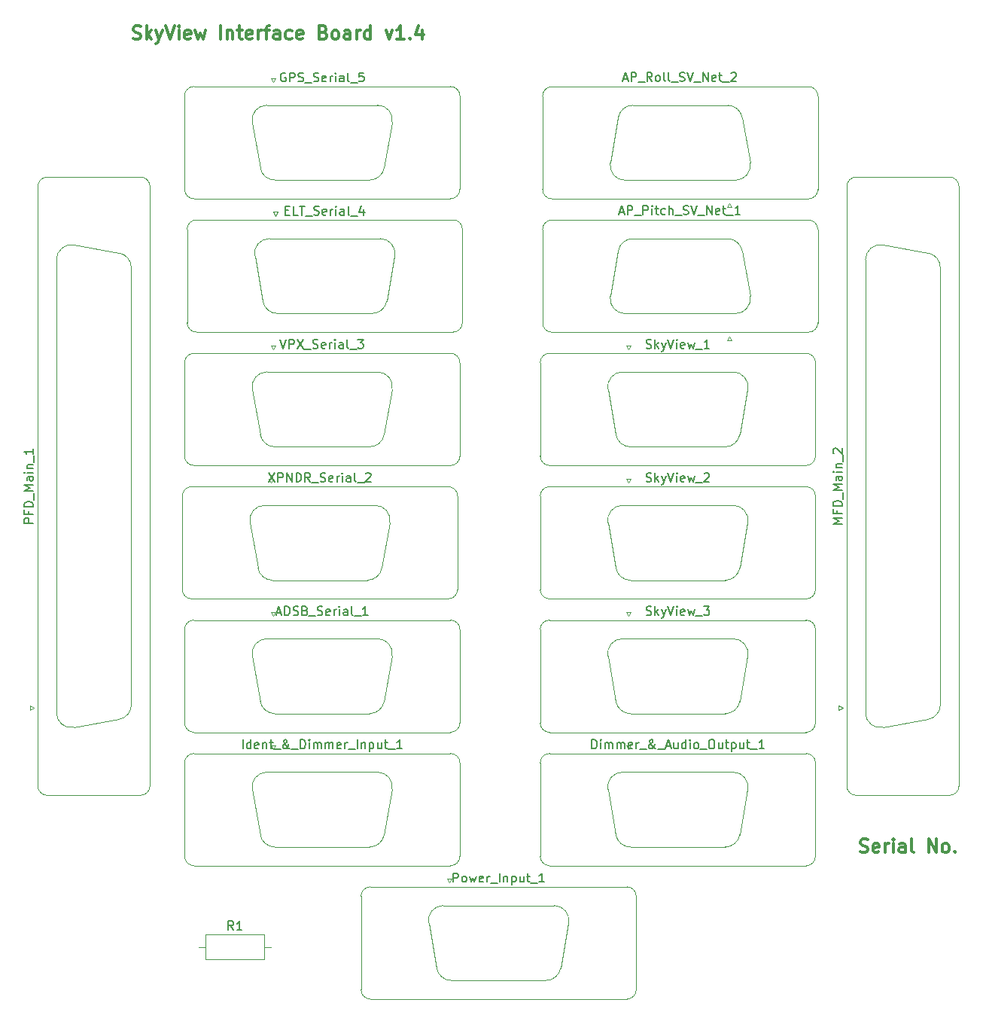
<source format=gbr>
%TF.GenerationSoftware,KiCad,Pcbnew,7.0.9*%
%TF.CreationDate,2024-01-18T11:01:42-08:00*%
%TF.ProjectId,Interconnect Board,496e7465-7263-46f6-9e6e-65637420426f,v1.4*%
%TF.SameCoordinates,Original*%
%TF.FileFunction,Legend,Top*%
%TF.FilePolarity,Positive*%
%FSLAX46Y46*%
G04 Gerber Fmt 4.6, Leading zero omitted, Abs format (unit mm)*
G04 Created by KiCad (PCBNEW 7.0.9) date 2024-01-18 11:01:42*
%MOMM*%
%LPD*%
G01*
G04 APERTURE LIST*
%ADD10C,0.300000*%
%ADD11C,0.150000*%
%ADD12C,0.120000*%
G04 APERTURE END LIST*
D10*
X207633177Y-107824549D02*
X207847463Y-107895977D01*
X207847463Y-107895977D02*
X208204605Y-107895977D01*
X208204605Y-107895977D02*
X208347463Y-107824549D01*
X208347463Y-107824549D02*
X208418891Y-107753120D01*
X208418891Y-107753120D02*
X208490320Y-107610263D01*
X208490320Y-107610263D02*
X208490320Y-107467406D01*
X208490320Y-107467406D02*
X208418891Y-107324549D01*
X208418891Y-107324549D02*
X208347463Y-107253120D01*
X208347463Y-107253120D02*
X208204605Y-107181691D01*
X208204605Y-107181691D02*
X207918891Y-107110263D01*
X207918891Y-107110263D02*
X207776034Y-107038834D01*
X207776034Y-107038834D02*
X207704605Y-106967406D01*
X207704605Y-106967406D02*
X207633177Y-106824549D01*
X207633177Y-106824549D02*
X207633177Y-106681691D01*
X207633177Y-106681691D02*
X207704605Y-106538834D01*
X207704605Y-106538834D02*
X207776034Y-106467406D01*
X207776034Y-106467406D02*
X207918891Y-106395977D01*
X207918891Y-106395977D02*
X208276034Y-106395977D01*
X208276034Y-106395977D02*
X208490320Y-106467406D01*
X209704605Y-107824549D02*
X209561748Y-107895977D01*
X209561748Y-107895977D02*
X209276034Y-107895977D01*
X209276034Y-107895977D02*
X209133176Y-107824549D01*
X209133176Y-107824549D02*
X209061748Y-107681691D01*
X209061748Y-107681691D02*
X209061748Y-107110263D01*
X209061748Y-107110263D02*
X209133176Y-106967406D01*
X209133176Y-106967406D02*
X209276034Y-106895977D01*
X209276034Y-106895977D02*
X209561748Y-106895977D01*
X209561748Y-106895977D02*
X209704605Y-106967406D01*
X209704605Y-106967406D02*
X209776034Y-107110263D01*
X209776034Y-107110263D02*
X209776034Y-107253120D01*
X209776034Y-107253120D02*
X209061748Y-107395977D01*
X210418890Y-107895977D02*
X210418890Y-106895977D01*
X210418890Y-107181691D02*
X210490319Y-107038834D01*
X210490319Y-107038834D02*
X210561748Y-106967406D01*
X210561748Y-106967406D02*
X210704605Y-106895977D01*
X210704605Y-106895977D02*
X210847462Y-106895977D01*
X211347461Y-107895977D02*
X211347461Y-106895977D01*
X211347461Y-106395977D02*
X211276033Y-106467406D01*
X211276033Y-106467406D02*
X211347461Y-106538834D01*
X211347461Y-106538834D02*
X211418890Y-106467406D01*
X211418890Y-106467406D02*
X211347461Y-106395977D01*
X211347461Y-106395977D02*
X211347461Y-106538834D01*
X212704605Y-107895977D02*
X212704605Y-107110263D01*
X212704605Y-107110263D02*
X212633176Y-106967406D01*
X212633176Y-106967406D02*
X212490319Y-106895977D01*
X212490319Y-106895977D02*
X212204605Y-106895977D01*
X212204605Y-106895977D02*
X212061747Y-106967406D01*
X212704605Y-107824549D02*
X212561747Y-107895977D01*
X212561747Y-107895977D02*
X212204605Y-107895977D01*
X212204605Y-107895977D02*
X212061747Y-107824549D01*
X212061747Y-107824549D02*
X211990319Y-107681691D01*
X211990319Y-107681691D02*
X211990319Y-107538834D01*
X211990319Y-107538834D02*
X212061747Y-107395977D01*
X212061747Y-107395977D02*
X212204605Y-107324549D01*
X212204605Y-107324549D02*
X212561747Y-107324549D01*
X212561747Y-107324549D02*
X212704605Y-107253120D01*
X213633176Y-107895977D02*
X213490319Y-107824549D01*
X213490319Y-107824549D02*
X213418890Y-107681691D01*
X213418890Y-107681691D02*
X213418890Y-106395977D01*
X215347461Y-107895977D02*
X215347461Y-106395977D01*
X215347461Y-106395977D02*
X216204604Y-107895977D01*
X216204604Y-107895977D02*
X216204604Y-106395977D01*
X217133176Y-107895977D02*
X216990319Y-107824549D01*
X216990319Y-107824549D02*
X216918890Y-107753120D01*
X216918890Y-107753120D02*
X216847462Y-107610263D01*
X216847462Y-107610263D02*
X216847462Y-107181691D01*
X216847462Y-107181691D02*
X216918890Y-107038834D01*
X216918890Y-107038834D02*
X216990319Y-106967406D01*
X216990319Y-106967406D02*
X217133176Y-106895977D01*
X217133176Y-106895977D02*
X217347462Y-106895977D01*
X217347462Y-106895977D02*
X217490319Y-106967406D01*
X217490319Y-106967406D02*
X217561748Y-107038834D01*
X217561748Y-107038834D02*
X217633176Y-107181691D01*
X217633176Y-107181691D02*
X217633176Y-107610263D01*
X217633176Y-107610263D02*
X217561748Y-107753120D01*
X217561748Y-107753120D02*
X217490319Y-107824549D01*
X217490319Y-107824549D02*
X217347462Y-107895977D01*
X217347462Y-107895977D02*
X217133176Y-107895977D01*
X218276033Y-107753120D02*
X218347462Y-107824549D01*
X218347462Y-107824549D02*
X218276033Y-107895977D01*
X218276033Y-107895977D02*
X218204605Y-107824549D01*
X218204605Y-107824549D02*
X218276033Y-107753120D01*
X218276033Y-107753120D02*
X218276033Y-107895977D01*
X125845177Y-16384549D02*
X126059463Y-16455977D01*
X126059463Y-16455977D02*
X126416605Y-16455977D01*
X126416605Y-16455977D02*
X126559463Y-16384549D01*
X126559463Y-16384549D02*
X126630891Y-16313120D01*
X126630891Y-16313120D02*
X126702320Y-16170263D01*
X126702320Y-16170263D02*
X126702320Y-16027406D01*
X126702320Y-16027406D02*
X126630891Y-15884549D01*
X126630891Y-15884549D02*
X126559463Y-15813120D01*
X126559463Y-15813120D02*
X126416605Y-15741691D01*
X126416605Y-15741691D02*
X126130891Y-15670263D01*
X126130891Y-15670263D02*
X125988034Y-15598834D01*
X125988034Y-15598834D02*
X125916605Y-15527406D01*
X125916605Y-15527406D02*
X125845177Y-15384549D01*
X125845177Y-15384549D02*
X125845177Y-15241691D01*
X125845177Y-15241691D02*
X125916605Y-15098834D01*
X125916605Y-15098834D02*
X125988034Y-15027406D01*
X125988034Y-15027406D02*
X126130891Y-14955977D01*
X126130891Y-14955977D02*
X126488034Y-14955977D01*
X126488034Y-14955977D02*
X126702320Y-15027406D01*
X127345176Y-16455977D02*
X127345176Y-14955977D01*
X127488034Y-15884549D02*
X127916605Y-16455977D01*
X127916605Y-15455977D02*
X127345176Y-16027406D01*
X128416605Y-15455977D02*
X128773748Y-16455977D01*
X129130891Y-15455977D02*
X128773748Y-16455977D01*
X128773748Y-16455977D02*
X128630891Y-16813120D01*
X128630891Y-16813120D02*
X128559462Y-16884549D01*
X128559462Y-16884549D02*
X128416605Y-16955977D01*
X129488034Y-14955977D02*
X129988034Y-16455977D01*
X129988034Y-16455977D02*
X130488034Y-14955977D01*
X130988033Y-16455977D02*
X130988033Y-15455977D01*
X130988033Y-14955977D02*
X130916605Y-15027406D01*
X130916605Y-15027406D02*
X130988033Y-15098834D01*
X130988033Y-15098834D02*
X131059462Y-15027406D01*
X131059462Y-15027406D02*
X130988033Y-14955977D01*
X130988033Y-14955977D02*
X130988033Y-15098834D01*
X132273748Y-16384549D02*
X132130891Y-16455977D01*
X132130891Y-16455977D02*
X131845177Y-16455977D01*
X131845177Y-16455977D02*
X131702319Y-16384549D01*
X131702319Y-16384549D02*
X131630891Y-16241691D01*
X131630891Y-16241691D02*
X131630891Y-15670263D01*
X131630891Y-15670263D02*
X131702319Y-15527406D01*
X131702319Y-15527406D02*
X131845177Y-15455977D01*
X131845177Y-15455977D02*
X132130891Y-15455977D01*
X132130891Y-15455977D02*
X132273748Y-15527406D01*
X132273748Y-15527406D02*
X132345177Y-15670263D01*
X132345177Y-15670263D02*
X132345177Y-15813120D01*
X132345177Y-15813120D02*
X131630891Y-15955977D01*
X132845176Y-15455977D02*
X133130891Y-16455977D01*
X133130891Y-16455977D02*
X133416605Y-15741691D01*
X133416605Y-15741691D02*
X133702319Y-16455977D01*
X133702319Y-16455977D02*
X133988033Y-15455977D01*
X135702319Y-16455977D02*
X135702319Y-14955977D01*
X136416605Y-15455977D02*
X136416605Y-16455977D01*
X136416605Y-15598834D02*
X136488034Y-15527406D01*
X136488034Y-15527406D02*
X136630891Y-15455977D01*
X136630891Y-15455977D02*
X136845177Y-15455977D01*
X136845177Y-15455977D02*
X136988034Y-15527406D01*
X136988034Y-15527406D02*
X137059463Y-15670263D01*
X137059463Y-15670263D02*
X137059463Y-16455977D01*
X137559463Y-15455977D02*
X138130891Y-15455977D01*
X137773748Y-14955977D02*
X137773748Y-16241691D01*
X137773748Y-16241691D02*
X137845177Y-16384549D01*
X137845177Y-16384549D02*
X137988034Y-16455977D01*
X137988034Y-16455977D02*
X138130891Y-16455977D01*
X139202320Y-16384549D02*
X139059463Y-16455977D01*
X139059463Y-16455977D02*
X138773749Y-16455977D01*
X138773749Y-16455977D02*
X138630891Y-16384549D01*
X138630891Y-16384549D02*
X138559463Y-16241691D01*
X138559463Y-16241691D02*
X138559463Y-15670263D01*
X138559463Y-15670263D02*
X138630891Y-15527406D01*
X138630891Y-15527406D02*
X138773749Y-15455977D01*
X138773749Y-15455977D02*
X139059463Y-15455977D01*
X139059463Y-15455977D02*
X139202320Y-15527406D01*
X139202320Y-15527406D02*
X139273749Y-15670263D01*
X139273749Y-15670263D02*
X139273749Y-15813120D01*
X139273749Y-15813120D02*
X138559463Y-15955977D01*
X139916605Y-16455977D02*
X139916605Y-15455977D01*
X139916605Y-15741691D02*
X139988034Y-15598834D01*
X139988034Y-15598834D02*
X140059463Y-15527406D01*
X140059463Y-15527406D02*
X140202320Y-15455977D01*
X140202320Y-15455977D02*
X140345177Y-15455977D01*
X140630891Y-15455977D02*
X141202319Y-15455977D01*
X140845176Y-16455977D02*
X140845176Y-15170263D01*
X140845176Y-15170263D02*
X140916605Y-15027406D01*
X140916605Y-15027406D02*
X141059462Y-14955977D01*
X141059462Y-14955977D02*
X141202319Y-14955977D01*
X142345177Y-16455977D02*
X142345177Y-15670263D01*
X142345177Y-15670263D02*
X142273748Y-15527406D01*
X142273748Y-15527406D02*
X142130891Y-15455977D01*
X142130891Y-15455977D02*
X141845177Y-15455977D01*
X141845177Y-15455977D02*
X141702319Y-15527406D01*
X142345177Y-16384549D02*
X142202319Y-16455977D01*
X142202319Y-16455977D02*
X141845177Y-16455977D01*
X141845177Y-16455977D02*
X141702319Y-16384549D01*
X141702319Y-16384549D02*
X141630891Y-16241691D01*
X141630891Y-16241691D02*
X141630891Y-16098834D01*
X141630891Y-16098834D02*
X141702319Y-15955977D01*
X141702319Y-15955977D02*
X141845177Y-15884549D01*
X141845177Y-15884549D02*
X142202319Y-15884549D01*
X142202319Y-15884549D02*
X142345177Y-15813120D01*
X143702320Y-16384549D02*
X143559462Y-16455977D01*
X143559462Y-16455977D02*
X143273748Y-16455977D01*
X143273748Y-16455977D02*
X143130891Y-16384549D01*
X143130891Y-16384549D02*
X143059462Y-16313120D01*
X143059462Y-16313120D02*
X142988034Y-16170263D01*
X142988034Y-16170263D02*
X142988034Y-15741691D01*
X142988034Y-15741691D02*
X143059462Y-15598834D01*
X143059462Y-15598834D02*
X143130891Y-15527406D01*
X143130891Y-15527406D02*
X143273748Y-15455977D01*
X143273748Y-15455977D02*
X143559462Y-15455977D01*
X143559462Y-15455977D02*
X143702320Y-15527406D01*
X144916605Y-16384549D02*
X144773748Y-16455977D01*
X144773748Y-16455977D02*
X144488034Y-16455977D01*
X144488034Y-16455977D02*
X144345176Y-16384549D01*
X144345176Y-16384549D02*
X144273748Y-16241691D01*
X144273748Y-16241691D02*
X144273748Y-15670263D01*
X144273748Y-15670263D02*
X144345176Y-15527406D01*
X144345176Y-15527406D02*
X144488034Y-15455977D01*
X144488034Y-15455977D02*
X144773748Y-15455977D01*
X144773748Y-15455977D02*
X144916605Y-15527406D01*
X144916605Y-15527406D02*
X144988034Y-15670263D01*
X144988034Y-15670263D02*
X144988034Y-15813120D01*
X144988034Y-15813120D02*
X144273748Y-15955977D01*
X147273747Y-15670263D02*
X147488033Y-15741691D01*
X147488033Y-15741691D02*
X147559462Y-15813120D01*
X147559462Y-15813120D02*
X147630890Y-15955977D01*
X147630890Y-15955977D02*
X147630890Y-16170263D01*
X147630890Y-16170263D02*
X147559462Y-16313120D01*
X147559462Y-16313120D02*
X147488033Y-16384549D01*
X147488033Y-16384549D02*
X147345176Y-16455977D01*
X147345176Y-16455977D02*
X146773747Y-16455977D01*
X146773747Y-16455977D02*
X146773747Y-14955977D01*
X146773747Y-14955977D02*
X147273747Y-14955977D01*
X147273747Y-14955977D02*
X147416605Y-15027406D01*
X147416605Y-15027406D02*
X147488033Y-15098834D01*
X147488033Y-15098834D02*
X147559462Y-15241691D01*
X147559462Y-15241691D02*
X147559462Y-15384549D01*
X147559462Y-15384549D02*
X147488033Y-15527406D01*
X147488033Y-15527406D02*
X147416605Y-15598834D01*
X147416605Y-15598834D02*
X147273747Y-15670263D01*
X147273747Y-15670263D02*
X146773747Y-15670263D01*
X148488033Y-16455977D02*
X148345176Y-16384549D01*
X148345176Y-16384549D02*
X148273747Y-16313120D01*
X148273747Y-16313120D02*
X148202319Y-16170263D01*
X148202319Y-16170263D02*
X148202319Y-15741691D01*
X148202319Y-15741691D02*
X148273747Y-15598834D01*
X148273747Y-15598834D02*
X148345176Y-15527406D01*
X148345176Y-15527406D02*
X148488033Y-15455977D01*
X148488033Y-15455977D02*
X148702319Y-15455977D01*
X148702319Y-15455977D02*
X148845176Y-15527406D01*
X148845176Y-15527406D02*
X148916605Y-15598834D01*
X148916605Y-15598834D02*
X148988033Y-15741691D01*
X148988033Y-15741691D02*
X148988033Y-16170263D01*
X148988033Y-16170263D02*
X148916605Y-16313120D01*
X148916605Y-16313120D02*
X148845176Y-16384549D01*
X148845176Y-16384549D02*
X148702319Y-16455977D01*
X148702319Y-16455977D02*
X148488033Y-16455977D01*
X150273748Y-16455977D02*
X150273748Y-15670263D01*
X150273748Y-15670263D02*
X150202319Y-15527406D01*
X150202319Y-15527406D02*
X150059462Y-15455977D01*
X150059462Y-15455977D02*
X149773748Y-15455977D01*
X149773748Y-15455977D02*
X149630890Y-15527406D01*
X150273748Y-16384549D02*
X150130890Y-16455977D01*
X150130890Y-16455977D02*
X149773748Y-16455977D01*
X149773748Y-16455977D02*
X149630890Y-16384549D01*
X149630890Y-16384549D02*
X149559462Y-16241691D01*
X149559462Y-16241691D02*
X149559462Y-16098834D01*
X149559462Y-16098834D02*
X149630890Y-15955977D01*
X149630890Y-15955977D02*
X149773748Y-15884549D01*
X149773748Y-15884549D02*
X150130890Y-15884549D01*
X150130890Y-15884549D02*
X150273748Y-15813120D01*
X150988033Y-16455977D02*
X150988033Y-15455977D01*
X150988033Y-15741691D02*
X151059462Y-15598834D01*
X151059462Y-15598834D02*
X151130891Y-15527406D01*
X151130891Y-15527406D02*
X151273748Y-15455977D01*
X151273748Y-15455977D02*
X151416605Y-15455977D01*
X152559462Y-16455977D02*
X152559462Y-14955977D01*
X152559462Y-16384549D02*
X152416604Y-16455977D01*
X152416604Y-16455977D02*
X152130890Y-16455977D01*
X152130890Y-16455977D02*
X151988033Y-16384549D01*
X151988033Y-16384549D02*
X151916604Y-16313120D01*
X151916604Y-16313120D02*
X151845176Y-16170263D01*
X151845176Y-16170263D02*
X151845176Y-15741691D01*
X151845176Y-15741691D02*
X151916604Y-15598834D01*
X151916604Y-15598834D02*
X151988033Y-15527406D01*
X151988033Y-15527406D02*
X152130890Y-15455977D01*
X152130890Y-15455977D02*
X152416604Y-15455977D01*
X152416604Y-15455977D02*
X152559462Y-15527406D01*
X154273747Y-15455977D02*
X154630890Y-16455977D01*
X154630890Y-16455977D02*
X154988033Y-15455977D01*
X156345176Y-16455977D02*
X155488033Y-16455977D01*
X155916604Y-16455977D02*
X155916604Y-14955977D01*
X155916604Y-14955977D02*
X155773747Y-15170263D01*
X155773747Y-15170263D02*
X155630890Y-15313120D01*
X155630890Y-15313120D02*
X155488033Y-15384549D01*
X156988032Y-16313120D02*
X157059461Y-16384549D01*
X157059461Y-16384549D02*
X156988032Y-16455977D01*
X156988032Y-16455977D02*
X156916604Y-16384549D01*
X156916604Y-16384549D02*
X156988032Y-16313120D01*
X156988032Y-16313120D02*
X156988032Y-16455977D01*
X158345176Y-15455977D02*
X158345176Y-16455977D01*
X157988033Y-14884549D02*
X157630890Y-15955977D01*
X157630890Y-15955977D02*
X158559461Y-15955977D01*
D11*
X137133433Y-116593919D02*
X136800100Y-116117728D01*
X136562005Y-116593919D02*
X136562005Y-115593919D01*
X136562005Y-115593919D02*
X136942957Y-115593919D01*
X136942957Y-115593919D02*
X137038195Y-115641538D01*
X137038195Y-115641538D02*
X137085814Y-115689157D01*
X137085814Y-115689157D02*
X137133433Y-115784395D01*
X137133433Y-115784395D02*
X137133433Y-115927252D01*
X137133433Y-115927252D02*
X137085814Y-116022490D01*
X137085814Y-116022490D02*
X137038195Y-116070109D01*
X137038195Y-116070109D02*
X136942957Y-116117728D01*
X136942957Y-116117728D02*
X136562005Y-116117728D01*
X138085814Y-116593919D02*
X137514386Y-116593919D01*
X137800100Y-116593919D02*
X137800100Y-115593919D01*
X137800100Y-115593919D02*
X137704862Y-115736776D01*
X137704862Y-115736776D02*
X137609624Y-115832014D01*
X137609624Y-115832014D02*
X137514386Y-115879633D01*
X161868861Y-111213919D02*
X161868861Y-110213919D01*
X161868861Y-110213919D02*
X162249813Y-110213919D01*
X162249813Y-110213919D02*
X162345051Y-110261538D01*
X162345051Y-110261538D02*
X162392670Y-110309157D01*
X162392670Y-110309157D02*
X162440289Y-110404395D01*
X162440289Y-110404395D02*
X162440289Y-110547252D01*
X162440289Y-110547252D02*
X162392670Y-110642490D01*
X162392670Y-110642490D02*
X162345051Y-110690109D01*
X162345051Y-110690109D02*
X162249813Y-110737728D01*
X162249813Y-110737728D02*
X161868861Y-110737728D01*
X163011718Y-111213919D02*
X162916480Y-111166300D01*
X162916480Y-111166300D02*
X162868861Y-111118680D01*
X162868861Y-111118680D02*
X162821242Y-111023442D01*
X162821242Y-111023442D02*
X162821242Y-110737728D01*
X162821242Y-110737728D02*
X162868861Y-110642490D01*
X162868861Y-110642490D02*
X162916480Y-110594871D01*
X162916480Y-110594871D02*
X163011718Y-110547252D01*
X163011718Y-110547252D02*
X163154575Y-110547252D01*
X163154575Y-110547252D02*
X163249813Y-110594871D01*
X163249813Y-110594871D02*
X163297432Y-110642490D01*
X163297432Y-110642490D02*
X163345051Y-110737728D01*
X163345051Y-110737728D02*
X163345051Y-111023442D01*
X163345051Y-111023442D02*
X163297432Y-111118680D01*
X163297432Y-111118680D02*
X163249813Y-111166300D01*
X163249813Y-111166300D02*
X163154575Y-111213919D01*
X163154575Y-111213919D02*
X163011718Y-111213919D01*
X163678385Y-110547252D02*
X163868861Y-111213919D01*
X163868861Y-111213919D02*
X164059337Y-110737728D01*
X164059337Y-110737728D02*
X164249813Y-111213919D01*
X164249813Y-111213919D02*
X164440289Y-110547252D01*
X165202194Y-111166300D02*
X165106956Y-111213919D01*
X165106956Y-111213919D02*
X164916480Y-111213919D01*
X164916480Y-111213919D02*
X164821242Y-111166300D01*
X164821242Y-111166300D02*
X164773623Y-111071061D01*
X164773623Y-111071061D02*
X164773623Y-110690109D01*
X164773623Y-110690109D02*
X164821242Y-110594871D01*
X164821242Y-110594871D02*
X164916480Y-110547252D01*
X164916480Y-110547252D02*
X165106956Y-110547252D01*
X165106956Y-110547252D02*
X165202194Y-110594871D01*
X165202194Y-110594871D02*
X165249813Y-110690109D01*
X165249813Y-110690109D02*
X165249813Y-110785347D01*
X165249813Y-110785347D02*
X164773623Y-110880585D01*
X165678385Y-111213919D02*
X165678385Y-110547252D01*
X165678385Y-110737728D02*
X165726004Y-110642490D01*
X165726004Y-110642490D02*
X165773623Y-110594871D01*
X165773623Y-110594871D02*
X165868861Y-110547252D01*
X165868861Y-110547252D02*
X165964099Y-110547252D01*
X166059338Y-111309157D02*
X166821242Y-111309157D01*
X167059338Y-111213919D02*
X167059338Y-110213919D01*
X167535528Y-110547252D02*
X167535528Y-111213919D01*
X167535528Y-110642490D02*
X167583147Y-110594871D01*
X167583147Y-110594871D02*
X167678385Y-110547252D01*
X167678385Y-110547252D02*
X167821242Y-110547252D01*
X167821242Y-110547252D02*
X167916480Y-110594871D01*
X167916480Y-110594871D02*
X167964099Y-110690109D01*
X167964099Y-110690109D02*
X167964099Y-111213919D01*
X168440290Y-110547252D02*
X168440290Y-111547252D01*
X168440290Y-110594871D02*
X168535528Y-110547252D01*
X168535528Y-110547252D02*
X168726004Y-110547252D01*
X168726004Y-110547252D02*
X168821242Y-110594871D01*
X168821242Y-110594871D02*
X168868861Y-110642490D01*
X168868861Y-110642490D02*
X168916480Y-110737728D01*
X168916480Y-110737728D02*
X168916480Y-111023442D01*
X168916480Y-111023442D02*
X168868861Y-111118680D01*
X168868861Y-111118680D02*
X168821242Y-111166300D01*
X168821242Y-111166300D02*
X168726004Y-111213919D01*
X168726004Y-111213919D02*
X168535528Y-111213919D01*
X168535528Y-111213919D02*
X168440290Y-111166300D01*
X169773623Y-110547252D02*
X169773623Y-111213919D01*
X169345052Y-110547252D02*
X169345052Y-111071061D01*
X169345052Y-111071061D02*
X169392671Y-111166300D01*
X169392671Y-111166300D02*
X169487909Y-111213919D01*
X169487909Y-111213919D02*
X169630766Y-111213919D01*
X169630766Y-111213919D02*
X169726004Y-111166300D01*
X169726004Y-111166300D02*
X169773623Y-111118680D01*
X170106957Y-110547252D02*
X170487909Y-110547252D01*
X170249814Y-110213919D02*
X170249814Y-111071061D01*
X170249814Y-111071061D02*
X170297433Y-111166300D01*
X170297433Y-111166300D02*
X170392671Y-111213919D01*
X170392671Y-111213919D02*
X170487909Y-111213919D01*
X170583148Y-111309157D02*
X171345052Y-111309157D01*
X172106957Y-111213919D02*
X171535529Y-111213919D01*
X171821243Y-111213919D02*
X171821243Y-110213919D01*
X171821243Y-110213919D02*
X171726005Y-110356776D01*
X171726005Y-110356776D02*
X171630767Y-110452014D01*
X171630767Y-110452014D02*
X171535529Y-110499633D01*
X180980956Y-20888204D02*
X181457146Y-20888204D01*
X180885718Y-21173919D02*
X181219051Y-20173919D01*
X181219051Y-20173919D02*
X181552384Y-21173919D01*
X181885718Y-21173919D02*
X181885718Y-20173919D01*
X181885718Y-20173919D02*
X182266670Y-20173919D01*
X182266670Y-20173919D02*
X182361908Y-20221538D01*
X182361908Y-20221538D02*
X182409527Y-20269157D01*
X182409527Y-20269157D02*
X182457146Y-20364395D01*
X182457146Y-20364395D02*
X182457146Y-20507252D01*
X182457146Y-20507252D02*
X182409527Y-20602490D01*
X182409527Y-20602490D02*
X182361908Y-20650109D01*
X182361908Y-20650109D02*
X182266670Y-20697728D01*
X182266670Y-20697728D02*
X181885718Y-20697728D01*
X182647623Y-21269157D02*
X183409527Y-21269157D01*
X184219051Y-21173919D02*
X183885718Y-20697728D01*
X183647623Y-21173919D02*
X183647623Y-20173919D01*
X183647623Y-20173919D02*
X184028575Y-20173919D01*
X184028575Y-20173919D02*
X184123813Y-20221538D01*
X184123813Y-20221538D02*
X184171432Y-20269157D01*
X184171432Y-20269157D02*
X184219051Y-20364395D01*
X184219051Y-20364395D02*
X184219051Y-20507252D01*
X184219051Y-20507252D02*
X184171432Y-20602490D01*
X184171432Y-20602490D02*
X184123813Y-20650109D01*
X184123813Y-20650109D02*
X184028575Y-20697728D01*
X184028575Y-20697728D02*
X183647623Y-20697728D01*
X184790480Y-21173919D02*
X184695242Y-21126300D01*
X184695242Y-21126300D02*
X184647623Y-21078680D01*
X184647623Y-21078680D02*
X184600004Y-20983442D01*
X184600004Y-20983442D02*
X184600004Y-20697728D01*
X184600004Y-20697728D02*
X184647623Y-20602490D01*
X184647623Y-20602490D02*
X184695242Y-20554871D01*
X184695242Y-20554871D02*
X184790480Y-20507252D01*
X184790480Y-20507252D02*
X184933337Y-20507252D01*
X184933337Y-20507252D02*
X185028575Y-20554871D01*
X185028575Y-20554871D02*
X185076194Y-20602490D01*
X185076194Y-20602490D02*
X185123813Y-20697728D01*
X185123813Y-20697728D02*
X185123813Y-20983442D01*
X185123813Y-20983442D02*
X185076194Y-21078680D01*
X185076194Y-21078680D02*
X185028575Y-21126300D01*
X185028575Y-21126300D02*
X184933337Y-21173919D01*
X184933337Y-21173919D02*
X184790480Y-21173919D01*
X185695242Y-21173919D02*
X185600004Y-21126300D01*
X185600004Y-21126300D02*
X185552385Y-21031061D01*
X185552385Y-21031061D02*
X185552385Y-20173919D01*
X186219052Y-21173919D02*
X186123814Y-21126300D01*
X186123814Y-21126300D02*
X186076195Y-21031061D01*
X186076195Y-21031061D02*
X186076195Y-20173919D01*
X186361910Y-21269157D02*
X187123814Y-21269157D01*
X187314291Y-21126300D02*
X187457148Y-21173919D01*
X187457148Y-21173919D02*
X187695243Y-21173919D01*
X187695243Y-21173919D02*
X187790481Y-21126300D01*
X187790481Y-21126300D02*
X187838100Y-21078680D01*
X187838100Y-21078680D02*
X187885719Y-20983442D01*
X187885719Y-20983442D02*
X187885719Y-20888204D01*
X187885719Y-20888204D02*
X187838100Y-20792966D01*
X187838100Y-20792966D02*
X187790481Y-20745347D01*
X187790481Y-20745347D02*
X187695243Y-20697728D01*
X187695243Y-20697728D02*
X187504767Y-20650109D01*
X187504767Y-20650109D02*
X187409529Y-20602490D01*
X187409529Y-20602490D02*
X187361910Y-20554871D01*
X187361910Y-20554871D02*
X187314291Y-20459633D01*
X187314291Y-20459633D02*
X187314291Y-20364395D01*
X187314291Y-20364395D02*
X187361910Y-20269157D01*
X187361910Y-20269157D02*
X187409529Y-20221538D01*
X187409529Y-20221538D02*
X187504767Y-20173919D01*
X187504767Y-20173919D02*
X187742862Y-20173919D01*
X187742862Y-20173919D02*
X187885719Y-20221538D01*
X188171434Y-20173919D02*
X188504767Y-21173919D01*
X188504767Y-21173919D02*
X188838100Y-20173919D01*
X188933339Y-21269157D02*
X189695243Y-21269157D01*
X189933339Y-21173919D02*
X189933339Y-20173919D01*
X189933339Y-20173919D02*
X190504767Y-21173919D01*
X190504767Y-21173919D02*
X190504767Y-20173919D01*
X191361910Y-21126300D02*
X191266672Y-21173919D01*
X191266672Y-21173919D02*
X191076196Y-21173919D01*
X191076196Y-21173919D02*
X190980958Y-21126300D01*
X190980958Y-21126300D02*
X190933339Y-21031061D01*
X190933339Y-21031061D02*
X190933339Y-20650109D01*
X190933339Y-20650109D02*
X190980958Y-20554871D01*
X190980958Y-20554871D02*
X191076196Y-20507252D01*
X191076196Y-20507252D02*
X191266672Y-20507252D01*
X191266672Y-20507252D02*
X191361910Y-20554871D01*
X191361910Y-20554871D02*
X191409529Y-20650109D01*
X191409529Y-20650109D02*
X191409529Y-20745347D01*
X191409529Y-20745347D02*
X190933339Y-20840585D01*
X191695244Y-20507252D02*
X192076196Y-20507252D01*
X191838101Y-20173919D02*
X191838101Y-21031061D01*
X191838101Y-21031061D02*
X191885720Y-21126300D01*
X191885720Y-21126300D02*
X191980958Y-21173919D01*
X191980958Y-21173919D02*
X192076196Y-21173919D01*
X192171435Y-21269157D02*
X192933339Y-21269157D01*
X193123816Y-20269157D02*
X193171435Y-20221538D01*
X193171435Y-20221538D02*
X193266673Y-20173919D01*
X193266673Y-20173919D02*
X193504768Y-20173919D01*
X193504768Y-20173919D02*
X193600006Y-20221538D01*
X193600006Y-20221538D02*
X193647625Y-20269157D01*
X193647625Y-20269157D02*
X193695244Y-20364395D01*
X193695244Y-20364395D02*
X193695244Y-20459633D01*
X193695244Y-20459633D02*
X193647625Y-20602490D01*
X193647625Y-20602490D02*
X193076197Y-21173919D01*
X193076197Y-21173919D02*
X193695244Y-21173919D01*
X141099195Y-65213919D02*
X141765861Y-66213919D01*
X141765861Y-65213919D02*
X141099195Y-66213919D01*
X142146814Y-66213919D02*
X142146814Y-65213919D01*
X142146814Y-65213919D02*
X142527766Y-65213919D01*
X142527766Y-65213919D02*
X142623004Y-65261538D01*
X142623004Y-65261538D02*
X142670623Y-65309157D01*
X142670623Y-65309157D02*
X142718242Y-65404395D01*
X142718242Y-65404395D02*
X142718242Y-65547252D01*
X142718242Y-65547252D02*
X142670623Y-65642490D01*
X142670623Y-65642490D02*
X142623004Y-65690109D01*
X142623004Y-65690109D02*
X142527766Y-65737728D01*
X142527766Y-65737728D02*
X142146814Y-65737728D01*
X143146814Y-66213919D02*
X143146814Y-65213919D01*
X143146814Y-65213919D02*
X143718242Y-66213919D01*
X143718242Y-66213919D02*
X143718242Y-65213919D01*
X144194433Y-66213919D02*
X144194433Y-65213919D01*
X144194433Y-65213919D02*
X144432528Y-65213919D01*
X144432528Y-65213919D02*
X144575385Y-65261538D01*
X144575385Y-65261538D02*
X144670623Y-65356776D01*
X144670623Y-65356776D02*
X144718242Y-65452014D01*
X144718242Y-65452014D02*
X144765861Y-65642490D01*
X144765861Y-65642490D02*
X144765861Y-65785347D01*
X144765861Y-65785347D02*
X144718242Y-65975823D01*
X144718242Y-65975823D02*
X144670623Y-66071061D01*
X144670623Y-66071061D02*
X144575385Y-66166300D01*
X144575385Y-66166300D02*
X144432528Y-66213919D01*
X144432528Y-66213919D02*
X144194433Y-66213919D01*
X145765861Y-66213919D02*
X145432528Y-65737728D01*
X145194433Y-66213919D02*
X145194433Y-65213919D01*
X145194433Y-65213919D02*
X145575385Y-65213919D01*
X145575385Y-65213919D02*
X145670623Y-65261538D01*
X145670623Y-65261538D02*
X145718242Y-65309157D01*
X145718242Y-65309157D02*
X145765861Y-65404395D01*
X145765861Y-65404395D02*
X145765861Y-65547252D01*
X145765861Y-65547252D02*
X145718242Y-65642490D01*
X145718242Y-65642490D02*
X145670623Y-65690109D01*
X145670623Y-65690109D02*
X145575385Y-65737728D01*
X145575385Y-65737728D02*
X145194433Y-65737728D01*
X145956338Y-66309157D02*
X146718242Y-66309157D01*
X146908719Y-66166300D02*
X147051576Y-66213919D01*
X147051576Y-66213919D02*
X147289671Y-66213919D01*
X147289671Y-66213919D02*
X147384909Y-66166300D01*
X147384909Y-66166300D02*
X147432528Y-66118680D01*
X147432528Y-66118680D02*
X147480147Y-66023442D01*
X147480147Y-66023442D02*
X147480147Y-65928204D01*
X147480147Y-65928204D02*
X147432528Y-65832966D01*
X147432528Y-65832966D02*
X147384909Y-65785347D01*
X147384909Y-65785347D02*
X147289671Y-65737728D01*
X147289671Y-65737728D02*
X147099195Y-65690109D01*
X147099195Y-65690109D02*
X147003957Y-65642490D01*
X147003957Y-65642490D02*
X146956338Y-65594871D01*
X146956338Y-65594871D02*
X146908719Y-65499633D01*
X146908719Y-65499633D02*
X146908719Y-65404395D01*
X146908719Y-65404395D02*
X146956338Y-65309157D01*
X146956338Y-65309157D02*
X147003957Y-65261538D01*
X147003957Y-65261538D02*
X147099195Y-65213919D01*
X147099195Y-65213919D02*
X147337290Y-65213919D01*
X147337290Y-65213919D02*
X147480147Y-65261538D01*
X148289671Y-66166300D02*
X148194433Y-66213919D01*
X148194433Y-66213919D02*
X148003957Y-66213919D01*
X148003957Y-66213919D02*
X147908719Y-66166300D01*
X147908719Y-66166300D02*
X147861100Y-66071061D01*
X147861100Y-66071061D02*
X147861100Y-65690109D01*
X147861100Y-65690109D02*
X147908719Y-65594871D01*
X147908719Y-65594871D02*
X148003957Y-65547252D01*
X148003957Y-65547252D02*
X148194433Y-65547252D01*
X148194433Y-65547252D02*
X148289671Y-65594871D01*
X148289671Y-65594871D02*
X148337290Y-65690109D01*
X148337290Y-65690109D02*
X148337290Y-65785347D01*
X148337290Y-65785347D02*
X147861100Y-65880585D01*
X148765862Y-66213919D02*
X148765862Y-65547252D01*
X148765862Y-65737728D02*
X148813481Y-65642490D01*
X148813481Y-65642490D02*
X148861100Y-65594871D01*
X148861100Y-65594871D02*
X148956338Y-65547252D01*
X148956338Y-65547252D02*
X149051576Y-65547252D01*
X149384910Y-66213919D02*
X149384910Y-65547252D01*
X149384910Y-65213919D02*
X149337291Y-65261538D01*
X149337291Y-65261538D02*
X149384910Y-65309157D01*
X149384910Y-65309157D02*
X149432529Y-65261538D01*
X149432529Y-65261538D02*
X149384910Y-65213919D01*
X149384910Y-65213919D02*
X149384910Y-65309157D01*
X150289671Y-66213919D02*
X150289671Y-65690109D01*
X150289671Y-65690109D02*
X150242052Y-65594871D01*
X150242052Y-65594871D02*
X150146814Y-65547252D01*
X150146814Y-65547252D02*
X149956338Y-65547252D01*
X149956338Y-65547252D02*
X149861100Y-65594871D01*
X150289671Y-66166300D02*
X150194433Y-66213919D01*
X150194433Y-66213919D02*
X149956338Y-66213919D01*
X149956338Y-66213919D02*
X149861100Y-66166300D01*
X149861100Y-66166300D02*
X149813481Y-66071061D01*
X149813481Y-66071061D02*
X149813481Y-65975823D01*
X149813481Y-65975823D02*
X149861100Y-65880585D01*
X149861100Y-65880585D02*
X149956338Y-65832966D01*
X149956338Y-65832966D02*
X150194433Y-65832966D01*
X150194433Y-65832966D02*
X150289671Y-65785347D01*
X150908719Y-66213919D02*
X150813481Y-66166300D01*
X150813481Y-66166300D02*
X150765862Y-66071061D01*
X150765862Y-66071061D02*
X150765862Y-65213919D01*
X151051577Y-66309157D02*
X151813481Y-66309157D01*
X152003958Y-65309157D02*
X152051577Y-65261538D01*
X152051577Y-65261538D02*
X152146815Y-65213919D01*
X152146815Y-65213919D02*
X152384910Y-65213919D01*
X152384910Y-65213919D02*
X152480148Y-65261538D01*
X152480148Y-65261538D02*
X152527767Y-65309157D01*
X152527767Y-65309157D02*
X152575386Y-65404395D01*
X152575386Y-65404395D02*
X152575386Y-65499633D01*
X152575386Y-65499633D02*
X152527767Y-65642490D01*
X152527767Y-65642490D02*
X151956339Y-66213919D01*
X151956339Y-66213919D02*
X152575386Y-66213919D01*
X183574381Y-66166300D02*
X183717238Y-66213919D01*
X183717238Y-66213919D02*
X183955333Y-66213919D01*
X183955333Y-66213919D02*
X184050571Y-66166300D01*
X184050571Y-66166300D02*
X184098190Y-66118680D01*
X184098190Y-66118680D02*
X184145809Y-66023442D01*
X184145809Y-66023442D02*
X184145809Y-65928204D01*
X184145809Y-65928204D02*
X184098190Y-65832966D01*
X184098190Y-65832966D02*
X184050571Y-65785347D01*
X184050571Y-65785347D02*
X183955333Y-65737728D01*
X183955333Y-65737728D02*
X183764857Y-65690109D01*
X183764857Y-65690109D02*
X183669619Y-65642490D01*
X183669619Y-65642490D02*
X183622000Y-65594871D01*
X183622000Y-65594871D02*
X183574381Y-65499633D01*
X183574381Y-65499633D02*
X183574381Y-65404395D01*
X183574381Y-65404395D02*
X183622000Y-65309157D01*
X183622000Y-65309157D02*
X183669619Y-65261538D01*
X183669619Y-65261538D02*
X183764857Y-65213919D01*
X183764857Y-65213919D02*
X184002952Y-65213919D01*
X184002952Y-65213919D02*
X184145809Y-65261538D01*
X184574381Y-66213919D02*
X184574381Y-65213919D01*
X184669619Y-65832966D02*
X184955333Y-66213919D01*
X184955333Y-65547252D02*
X184574381Y-65928204D01*
X185288667Y-65547252D02*
X185526762Y-66213919D01*
X185764857Y-65547252D02*
X185526762Y-66213919D01*
X185526762Y-66213919D02*
X185431524Y-66452014D01*
X185431524Y-66452014D02*
X185383905Y-66499633D01*
X185383905Y-66499633D02*
X185288667Y-66547252D01*
X186002953Y-65213919D02*
X186336286Y-66213919D01*
X186336286Y-66213919D02*
X186669619Y-65213919D01*
X187002953Y-66213919D02*
X187002953Y-65547252D01*
X187002953Y-65213919D02*
X186955334Y-65261538D01*
X186955334Y-65261538D02*
X187002953Y-65309157D01*
X187002953Y-65309157D02*
X187050572Y-65261538D01*
X187050572Y-65261538D02*
X187002953Y-65213919D01*
X187002953Y-65213919D02*
X187002953Y-65309157D01*
X187860095Y-66166300D02*
X187764857Y-66213919D01*
X187764857Y-66213919D02*
X187574381Y-66213919D01*
X187574381Y-66213919D02*
X187479143Y-66166300D01*
X187479143Y-66166300D02*
X187431524Y-66071061D01*
X187431524Y-66071061D02*
X187431524Y-65690109D01*
X187431524Y-65690109D02*
X187479143Y-65594871D01*
X187479143Y-65594871D02*
X187574381Y-65547252D01*
X187574381Y-65547252D02*
X187764857Y-65547252D01*
X187764857Y-65547252D02*
X187860095Y-65594871D01*
X187860095Y-65594871D02*
X187907714Y-65690109D01*
X187907714Y-65690109D02*
X187907714Y-65785347D01*
X187907714Y-65785347D02*
X187431524Y-65880585D01*
X188241048Y-65547252D02*
X188431524Y-66213919D01*
X188431524Y-66213919D02*
X188622000Y-65737728D01*
X188622000Y-65737728D02*
X188812476Y-66213919D01*
X188812476Y-66213919D02*
X189002952Y-65547252D01*
X189145810Y-66309157D02*
X189907714Y-66309157D01*
X190098191Y-65309157D02*
X190145810Y-65261538D01*
X190145810Y-65261538D02*
X190241048Y-65213919D01*
X190241048Y-65213919D02*
X190479143Y-65213919D01*
X190479143Y-65213919D02*
X190574381Y-65261538D01*
X190574381Y-65261538D02*
X190622000Y-65309157D01*
X190622000Y-65309157D02*
X190669619Y-65404395D01*
X190669619Y-65404395D02*
X190669619Y-65499633D01*
X190669619Y-65499633D02*
X190622000Y-65642490D01*
X190622000Y-65642490D02*
X190050572Y-66213919D01*
X190050572Y-66213919D02*
X190669619Y-66213919D01*
X180552385Y-35874259D02*
X181028575Y-35874259D01*
X180457147Y-36159974D02*
X180790480Y-35159974D01*
X180790480Y-35159974D02*
X181123813Y-36159974D01*
X181457147Y-36159974D02*
X181457147Y-35159974D01*
X181457147Y-35159974D02*
X181838099Y-35159974D01*
X181838099Y-35159974D02*
X181933337Y-35207593D01*
X181933337Y-35207593D02*
X181980956Y-35255212D01*
X181980956Y-35255212D02*
X182028575Y-35350450D01*
X182028575Y-35350450D02*
X182028575Y-35493307D01*
X182028575Y-35493307D02*
X181980956Y-35588545D01*
X181980956Y-35588545D02*
X181933337Y-35636164D01*
X181933337Y-35636164D02*
X181838099Y-35683783D01*
X181838099Y-35683783D02*
X181457147Y-35683783D01*
X182219052Y-36255212D02*
X182980956Y-36255212D01*
X183219052Y-36159974D02*
X183219052Y-35159974D01*
X183219052Y-35159974D02*
X183600004Y-35159974D01*
X183600004Y-35159974D02*
X183695242Y-35207593D01*
X183695242Y-35207593D02*
X183742861Y-35255212D01*
X183742861Y-35255212D02*
X183790480Y-35350450D01*
X183790480Y-35350450D02*
X183790480Y-35493307D01*
X183790480Y-35493307D02*
X183742861Y-35588545D01*
X183742861Y-35588545D02*
X183695242Y-35636164D01*
X183695242Y-35636164D02*
X183600004Y-35683783D01*
X183600004Y-35683783D02*
X183219052Y-35683783D01*
X184219052Y-36159974D02*
X184219052Y-35493307D01*
X184219052Y-35159974D02*
X184171433Y-35207593D01*
X184171433Y-35207593D02*
X184219052Y-35255212D01*
X184219052Y-35255212D02*
X184266671Y-35207593D01*
X184266671Y-35207593D02*
X184219052Y-35159974D01*
X184219052Y-35159974D02*
X184219052Y-35255212D01*
X184552385Y-35493307D02*
X184933337Y-35493307D01*
X184695242Y-35159974D02*
X184695242Y-36017116D01*
X184695242Y-36017116D02*
X184742861Y-36112355D01*
X184742861Y-36112355D02*
X184838099Y-36159974D01*
X184838099Y-36159974D02*
X184933337Y-36159974D01*
X185695242Y-36112355D02*
X185600004Y-36159974D01*
X185600004Y-36159974D02*
X185409528Y-36159974D01*
X185409528Y-36159974D02*
X185314290Y-36112355D01*
X185314290Y-36112355D02*
X185266671Y-36064735D01*
X185266671Y-36064735D02*
X185219052Y-35969497D01*
X185219052Y-35969497D02*
X185219052Y-35683783D01*
X185219052Y-35683783D02*
X185266671Y-35588545D01*
X185266671Y-35588545D02*
X185314290Y-35540926D01*
X185314290Y-35540926D02*
X185409528Y-35493307D01*
X185409528Y-35493307D02*
X185600004Y-35493307D01*
X185600004Y-35493307D02*
X185695242Y-35540926D01*
X186123814Y-36159974D02*
X186123814Y-35159974D01*
X186552385Y-36159974D02*
X186552385Y-35636164D01*
X186552385Y-35636164D02*
X186504766Y-35540926D01*
X186504766Y-35540926D02*
X186409528Y-35493307D01*
X186409528Y-35493307D02*
X186266671Y-35493307D01*
X186266671Y-35493307D02*
X186171433Y-35540926D01*
X186171433Y-35540926D02*
X186123814Y-35588545D01*
X186790481Y-36255212D02*
X187552385Y-36255212D01*
X187742862Y-36112355D02*
X187885719Y-36159974D01*
X187885719Y-36159974D02*
X188123814Y-36159974D01*
X188123814Y-36159974D02*
X188219052Y-36112355D01*
X188219052Y-36112355D02*
X188266671Y-36064735D01*
X188266671Y-36064735D02*
X188314290Y-35969497D01*
X188314290Y-35969497D02*
X188314290Y-35874259D01*
X188314290Y-35874259D02*
X188266671Y-35779021D01*
X188266671Y-35779021D02*
X188219052Y-35731402D01*
X188219052Y-35731402D02*
X188123814Y-35683783D01*
X188123814Y-35683783D02*
X187933338Y-35636164D01*
X187933338Y-35636164D02*
X187838100Y-35588545D01*
X187838100Y-35588545D02*
X187790481Y-35540926D01*
X187790481Y-35540926D02*
X187742862Y-35445688D01*
X187742862Y-35445688D02*
X187742862Y-35350450D01*
X187742862Y-35350450D02*
X187790481Y-35255212D01*
X187790481Y-35255212D02*
X187838100Y-35207593D01*
X187838100Y-35207593D02*
X187933338Y-35159974D01*
X187933338Y-35159974D02*
X188171433Y-35159974D01*
X188171433Y-35159974D02*
X188314290Y-35207593D01*
X188600005Y-35159974D02*
X188933338Y-36159974D01*
X188933338Y-36159974D02*
X189266671Y-35159974D01*
X189361910Y-36255212D02*
X190123814Y-36255212D01*
X190361910Y-36159974D02*
X190361910Y-35159974D01*
X190361910Y-35159974D02*
X190933338Y-36159974D01*
X190933338Y-36159974D02*
X190933338Y-35159974D01*
X191790481Y-36112355D02*
X191695243Y-36159974D01*
X191695243Y-36159974D02*
X191504767Y-36159974D01*
X191504767Y-36159974D02*
X191409529Y-36112355D01*
X191409529Y-36112355D02*
X191361910Y-36017116D01*
X191361910Y-36017116D02*
X191361910Y-35636164D01*
X191361910Y-35636164D02*
X191409529Y-35540926D01*
X191409529Y-35540926D02*
X191504767Y-35493307D01*
X191504767Y-35493307D02*
X191695243Y-35493307D01*
X191695243Y-35493307D02*
X191790481Y-35540926D01*
X191790481Y-35540926D02*
X191838100Y-35636164D01*
X191838100Y-35636164D02*
X191838100Y-35731402D01*
X191838100Y-35731402D02*
X191361910Y-35826640D01*
X192123815Y-35493307D02*
X192504767Y-35493307D01*
X192266672Y-35159974D02*
X192266672Y-36017116D01*
X192266672Y-36017116D02*
X192314291Y-36112355D01*
X192314291Y-36112355D02*
X192409529Y-36159974D01*
X192409529Y-36159974D02*
X192504767Y-36159974D01*
X192600006Y-36255212D02*
X193361910Y-36255212D01*
X194123815Y-36159974D02*
X193552387Y-36159974D01*
X193838101Y-36159974D02*
X193838101Y-35159974D01*
X193838101Y-35159974D02*
X193742863Y-35302831D01*
X193742863Y-35302831D02*
X193647625Y-35398069D01*
X193647625Y-35398069D02*
X193552387Y-35445688D01*
X177455333Y-96213919D02*
X177455333Y-95213919D01*
X177455333Y-95213919D02*
X177693428Y-95213919D01*
X177693428Y-95213919D02*
X177836285Y-95261538D01*
X177836285Y-95261538D02*
X177931523Y-95356776D01*
X177931523Y-95356776D02*
X177979142Y-95452014D01*
X177979142Y-95452014D02*
X178026761Y-95642490D01*
X178026761Y-95642490D02*
X178026761Y-95785347D01*
X178026761Y-95785347D02*
X177979142Y-95975823D01*
X177979142Y-95975823D02*
X177931523Y-96071061D01*
X177931523Y-96071061D02*
X177836285Y-96166300D01*
X177836285Y-96166300D02*
X177693428Y-96213919D01*
X177693428Y-96213919D02*
X177455333Y-96213919D01*
X178455333Y-96213919D02*
X178455333Y-95547252D01*
X178455333Y-95213919D02*
X178407714Y-95261538D01*
X178407714Y-95261538D02*
X178455333Y-95309157D01*
X178455333Y-95309157D02*
X178502952Y-95261538D01*
X178502952Y-95261538D02*
X178455333Y-95213919D01*
X178455333Y-95213919D02*
X178455333Y-95309157D01*
X178931523Y-96213919D02*
X178931523Y-95547252D01*
X178931523Y-95642490D02*
X178979142Y-95594871D01*
X178979142Y-95594871D02*
X179074380Y-95547252D01*
X179074380Y-95547252D02*
X179217237Y-95547252D01*
X179217237Y-95547252D02*
X179312475Y-95594871D01*
X179312475Y-95594871D02*
X179360094Y-95690109D01*
X179360094Y-95690109D02*
X179360094Y-96213919D01*
X179360094Y-95690109D02*
X179407713Y-95594871D01*
X179407713Y-95594871D02*
X179502951Y-95547252D01*
X179502951Y-95547252D02*
X179645808Y-95547252D01*
X179645808Y-95547252D02*
X179741047Y-95594871D01*
X179741047Y-95594871D02*
X179788666Y-95690109D01*
X179788666Y-95690109D02*
X179788666Y-96213919D01*
X180264856Y-96213919D02*
X180264856Y-95547252D01*
X180264856Y-95642490D02*
X180312475Y-95594871D01*
X180312475Y-95594871D02*
X180407713Y-95547252D01*
X180407713Y-95547252D02*
X180550570Y-95547252D01*
X180550570Y-95547252D02*
X180645808Y-95594871D01*
X180645808Y-95594871D02*
X180693427Y-95690109D01*
X180693427Y-95690109D02*
X180693427Y-96213919D01*
X180693427Y-95690109D02*
X180741046Y-95594871D01*
X180741046Y-95594871D02*
X180836284Y-95547252D01*
X180836284Y-95547252D02*
X180979141Y-95547252D01*
X180979141Y-95547252D02*
X181074380Y-95594871D01*
X181074380Y-95594871D02*
X181121999Y-95690109D01*
X181121999Y-95690109D02*
X181121999Y-96213919D01*
X181979141Y-96166300D02*
X181883903Y-96213919D01*
X181883903Y-96213919D02*
X181693427Y-96213919D01*
X181693427Y-96213919D02*
X181598189Y-96166300D01*
X181598189Y-96166300D02*
X181550570Y-96071061D01*
X181550570Y-96071061D02*
X181550570Y-95690109D01*
X181550570Y-95690109D02*
X181598189Y-95594871D01*
X181598189Y-95594871D02*
X181693427Y-95547252D01*
X181693427Y-95547252D02*
X181883903Y-95547252D01*
X181883903Y-95547252D02*
X181979141Y-95594871D01*
X181979141Y-95594871D02*
X182026760Y-95690109D01*
X182026760Y-95690109D02*
X182026760Y-95785347D01*
X182026760Y-95785347D02*
X181550570Y-95880585D01*
X182455332Y-96213919D02*
X182455332Y-95547252D01*
X182455332Y-95737728D02*
X182502951Y-95642490D01*
X182502951Y-95642490D02*
X182550570Y-95594871D01*
X182550570Y-95594871D02*
X182645808Y-95547252D01*
X182645808Y-95547252D02*
X182741046Y-95547252D01*
X182836285Y-96309157D02*
X183598189Y-96309157D01*
X184645809Y-96213919D02*
X184598190Y-96213919D01*
X184598190Y-96213919D02*
X184502951Y-96166300D01*
X184502951Y-96166300D02*
X184360094Y-96023442D01*
X184360094Y-96023442D02*
X184121999Y-95737728D01*
X184121999Y-95737728D02*
X184026761Y-95594871D01*
X184026761Y-95594871D02*
X183979142Y-95452014D01*
X183979142Y-95452014D02*
X183979142Y-95356776D01*
X183979142Y-95356776D02*
X184026761Y-95261538D01*
X184026761Y-95261538D02*
X184121999Y-95213919D01*
X184121999Y-95213919D02*
X184169618Y-95213919D01*
X184169618Y-95213919D02*
X184264856Y-95261538D01*
X184264856Y-95261538D02*
X184312475Y-95356776D01*
X184312475Y-95356776D02*
X184312475Y-95404395D01*
X184312475Y-95404395D02*
X184264856Y-95499633D01*
X184264856Y-95499633D02*
X184217237Y-95547252D01*
X184217237Y-95547252D02*
X183931523Y-95737728D01*
X183931523Y-95737728D02*
X183883904Y-95785347D01*
X183883904Y-95785347D02*
X183836285Y-95880585D01*
X183836285Y-95880585D02*
X183836285Y-96023442D01*
X183836285Y-96023442D02*
X183883904Y-96118680D01*
X183883904Y-96118680D02*
X183931523Y-96166300D01*
X183931523Y-96166300D02*
X184026761Y-96213919D01*
X184026761Y-96213919D02*
X184169618Y-96213919D01*
X184169618Y-96213919D02*
X184264856Y-96166300D01*
X184264856Y-96166300D02*
X184312475Y-96118680D01*
X184312475Y-96118680D02*
X184455332Y-95928204D01*
X184455332Y-95928204D02*
X184502951Y-95785347D01*
X184502951Y-95785347D02*
X184502951Y-95690109D01*
X184836285Y-96309157D02*
X185598189Y-96309157D01*
X185788666Y-95928204D02*
X186264856Y-95928204D01*
X185693428Y-96213919D02*
X186026761Y-95213919D01*
X186026761Y-95213919D02*
X186360094Y-96213919D01*
X187121999Y-95547252D02*
X187121999Y-96213919D01*
X186693428Y-95547252D02*
X186693428Y-96071061D01*
X186693428Y-96071061D02*
X186741047Y-96166300D01*
X186741047Y-96166300D02*
X186836285Y-96213919D01*
X186836285Y-96213919D02*
X186979142Y-96213919D01*
X186979142Y-96213919D02*
X187074380Y-96166300D01*
X187074380Y-96166300D02*
X187121999Y-96118680D01*
X188026761Y-96213919D02*
X188026761Y-95213919D01*
X188026761Y-96166300D02*
X187931523Y-96213919D01*
X187931523Y-96213919D02*
X187741047Y-96213919D01*
X187741047Y-96213919D02*
X187645809Y-96166300D01*
X187645809Y-96166300D02*
X187598190Y-96118680D01*
X187598190Y-96118680D02*
X187550571Y-96023442D01*
X187550571Y-96023442D02*
X187550571Y-95737728D01*
X187550571Y-95737728D02*
X187598190Y-95642490D01*
X187598190Y-95642490D02*
X187645809Y-95594871D01*
X187645809Y-95594871D02*
X187741047Y-95547252D01*
X187741047Y-95547252D02*
X187931523Y-95547252D01*
X187931523Y-95547252D02*
X188026761Y-95594871D01*
X188502952Y-96213919D02*
X188502952Y-95547252D01*
X188502952Y-95213919D02*
X188455333Y-95261538D01*
X188455333Y-95261538D02*
X188502952Y-95309157D01*
X188502952Y-95309157D02*
X188550571Y-95261538D01*
X188550571Y-95261538D02*
X188502952Y-95213919D01*
X188502952Y-95213919D02*
X188502952Y-95309157D01*
X189121999Y-96213919D02*
X189026761Y-96166300D01*
X189026761Y-96166300D02*
X188979142Y-96118680D01*
X188979142Y-96118680D02*
X188931523Y-96023442D01*
X188931523Y-96023442D02*
X188931523Y-95737728D01*
X188931523Y-95737728D02*
X188979142Y-95642490D01*
X188979142Y-95642490D02*
X189026761Y-95594871D01*
X189026761Y-95594871D02*
X189121999Y-95547252D01*
X189121999Y-95547252D02*
X189264856Y-95547252D01*
X189264856Y-95547252D02*
X189360094Y-95594871D01*
X189360094Y-95594871D02*
X189407713Y-95642490D01*
X189407713Y-95642490D02*
X189455332Y-95737728D01*
X189455332Y-95737728D02*
X189455332Y-96023442D01*
X189455332Y-96023442D02*
X189407713Y-96118680D01*
X189407713Y-96118680D02*
X189360094Y-96166300D01*
X189360094Y-96166300D02*
X189264856Y-96213919D01*
X189264856Y-96213919D02*
X189121999Y-96213919D01*
X189645809Y-96309157D02*
X190407713Y-96309157D01*
X190836285Y-95213919D02*
X191026761Y-95213919D01*
X191026761Y-95213919D02*
X191121999Y-95261538D01*
X191121999Y-95261538D02*
X191217237Y-95356776D01*
X191217237Y-95356776D02*
X191264856Y-95547252D01*
X191264856Y-95547252D02*
X191264856Y-95880585D01*
X191264856Y-95880585D02*
X191217237Y-96071061D01*
X191217237Y-96071061D02*
X191121999Y-96166300D01*
X191121999Y-96166300D02*
X191026761Y-96213919D01*
X191026761Y-96213919D02*
X190836285Y-96213919D01*
X190836285Y-96213919D02*
X190741047Y-96166300D01*
X190741047Y-96166300D02*
X190645809Y-96071061D01*
X190645809Y-96071061D02*
X190598190Y-95880585D01*
X190598190Y-95880585D02*
X190598190Y-95547252D01*
X190598190Y-95547252D02*
X190645809Y-95356776D01*
X190645809Y-95356776D02*
X190741047Y-95261538D01*
X190741047Y-95261538D02*
X190836285Y-95213919D01*
X192121999Y-95547252D02*
X192121999Y-96213919D01*
X191693428Y-95547252D02*
X191693428Y-96071061D01*
X191693428Y-96071061D02*
X191741047Y-96166300D01*
X191741047Y-96166300D02*
X191836285Y-96213919D01*
X191836285Y-96213919D02*
X191979142Y-96213919D01*
X191979142Y-96213919D02*
X192074380Y-96166300D01*
X192074380Y-96166300D02*
X192121999Y-96118680D01*
X192455333Y-95547252D02*
X192836285Y-95547252D01*
X192598190Y-95213919D02*
X192598190Y-96071061D01*
X192598190Y-96071061D02*
X192645809Y-96166300D01*
X192645809Y-96166300D02*
X192741047Y-96213919D01*
X192741047Y-96213919D02*
X192836285Y-96213919D01*
X193169619Y-95547252D02*
X193169619Y-96547252D01*
X193169619Y-95594871D02*
X193264857Y-95547252D01*
X193264857Y-95547252D02*
X193455333Y-95547252D01*
X193455333Y-95547252D02*
X193550571Y-95594871D01*
X193550571Y-95594871D02*
X193598190Y-95642490D01*
X193598190Y-95642490D02*
X193645809Y-95737728D01*
X193645809Y-95737728D02*
X193645809Y-96023442D01*
X193645809Y-96023442D02*
X193598190Y-96118680D01*
X193598190Y-96118680D02*
X193550571Y-96166300D01*
X193550571Y-96166300D02*
X193455333Y-96213919D01*
X193455333Y-96213919D02*
X193264857Y-96213919D01*
X193264857Y-96213919D02*
X193169619Y-96166300D01*
X194502952Y-95547252D02*
X194502952Y-96213919D01*
X194074381Y-95547252D02*
X194074381Y-96071061D01*
X194074381Y-96071061D02*
X194122000Y-96166300D01*
X194122000Y-96166300D02*
X194217238Y-96213919D01*
X194217238Y-96213919D02*
X194360095Y-96213919D01*
X194360095Y-96213919D02*
X194455333Y-96166300D01*
X194455333Y-96166300D02*
X194502952Y-96118680D01*
X194836286Y-95547252D02*
X195217238Y-95547252D01*
X194979143Y-95213919D02*
X194979143Y-96071061D01*
X194979143Y-96071061D02*
X195026762Y-96166300D01*
X195026762Y-96166300D02*
X195122000Y-96213919D01*
X195122000Y-96213919D02*
X195217238Y-96213919D01*
X195312477Y-96309157D02*
X196074381Y-96309157D01*
X196836286Y-96213919D02*
X196264858Y-96213919D01*
X196550572Y-96213919D02*
X196550572Y-95213919D01*
X196550572Y-95213919D02*
X196455334Y-95356776D01*
X196455334Y-95356776D02*
X196360096Y-95452014D01*
X196360096Y-95452014D02*
X196264858Y-95499633D01*
X205582919Y-70921385D02*
X204582919Y-70921385D01*
X204582919Y-70921385D02*
X205297204Y-70588052D01*
X205297204Y-70588052D02*
X204582919Y-70254719D01*
X204582919Y-70254719D02*
X205582919Y-70254719D01*
X205059109Y-69445195D02*
X205059109Y-69778528D01*
X205582919Y-69778528D02*
X204582919Y-69778528D01*
X204582919Y-69778528D02*
X204582919Y-69302338D01*
X205582919Y-68921385D02*
X204582919Y-68921385D01*
X204582919Y-68921385D02*
X204582919Y-68683290D01*
X204582919Y-68683290D02*
X204630538Y-68540433D01*
X204630538Y-68540433D02*
X204725776Y-68445195D01*
X204725776Y-68445195D02*
X204821014Y-68397576D01*
X204821014Y-68397576D02*
X205011490Y-68349957D01*
X205011490Y-68349957D02*
X205154347Y-68349957D01*
X205154347Y-68349957D02*
X205344823Y-68397576D01*
X205344823Y-68397576D02*
X205440061Y-68445195D01*
X205440061Y-68445195D02*
X205535300Y-68540433D01*
X205535300Y-68540433D02*
X205582919Y-68683290D01*
X205582919Y-68683290D02*
X205582919Y-68921385D01*
X205678157Y-68159481D02*
X205678157Y-67397576D01*
X205582919Y-67159480D02*
X204582919Y-67159480D01*
X204582919Y-67159480D02*
X205297204Y-66826147D01*
X205297204Y-66826147D02*
X204582919Y-66492814D01*
X204582919Y-66492814D02*
X205582919Y-66492814D01*
X205582919Y-65588052D02*
X205059109Y-65588052D01*
X205059109Y-65588052D02*
X204963871Y-65635671D01*
X204963871Y-65635671D02*
X204916252Y-65730909D01*
X204916252Y-65730909D02*
X204916252Y-65921385D01*
X204916252Y-65921385D02*
X204963871Y-66016623D01*
X205535300Y-65588052D02*
X205582919Y-65683290D01*
X205582919Y-65683290D02*
X205582919Y-65921385D01*
X205582919Y-65921385D02*
X205535300Y-66016623D01*
X205535300Y-66016623D02*
X205440061Y-66064242D01*
X205440061Y-66064242D02*
X205344823Y-66064242D01*
X205344823Y-66064242D02*
X205249585Y-66016623D01*
X205249585Y-66016623D02*
X205201966Y-65921385D01*
X205201966Y-65921385D02*
X205201966Y-65683290D01*
X205201966Y-65683290D02*
X205154347Y-65588052D01*
X205582919Y-65111861D02*
X204916252Y-65111861D01*
X204582919Y-65111861D02*
X204630538Y-65159480D01*
X204630538Y-65159480D02*
X204678157Y-65111861D01*
X204678157Y-65111861D02*
X204630538Y-65064242D01*
X204630538Y-65064242D02*
X204582919Y-65111861D01*
X204582919Y-65111861D02*
X204678157Y-65111861D01*
X204916252Y-64635671D02*
X205582919Y-64635671D01*
X205011490Y-64635671D02*
X204963871Y-64588052D01*
X204963871Y-64588052D02*
X204916252Y-64492814D01*
X204916252Y-64492814D02*
X204916252Y-64349957D01*
X204916252Y-64349957D02*
X204963871Y-64254719D01*
X204963871Y-64254719D02*
X205059109Y-64207100D01*
X205059109Y-64207100D02*
X205582919Y-64207100D01*
X205678157Y-63969005D02*
X205678157Y-63207100D01*
X204678157Y-63016623D02*
X204630538Y-62969004D01*
X204630538Y-62969004D02*
X204582919Y-62873766D01*
X204582919Y-62873766D02*
X204582919Y-62635671D01*
X204582919Y-62635671D02*
X204630538Y-62540433D01*
X204630538Y-62540433D02*
X204678157Y-62492814D01*
X204678157Y-62492814D02*
X204773395Y-62445195D01*
X204773395Y-62445195D02*
X204868633Y-62445195D01*
X204868633Y-62445195D02*
X205011490Y-62492814D01*
X205011490Y-62492814D02*
X205582919Y-63064242D01*
X205582919Y-63064242D02*
X205582919Y-62445195D01*
X114582919Y-70849956D02*
X113582919Y-70849956D01*
X113582919Y-70849956D02*
X113582919Y-70469004D01*
X113582919Y-70469004D02*
X113630538Y-70373766D01*
X113630538Y-70373766D02*
X113678157Y-70326147D01*
X113678157Y-70326147D02*
X113773395Y-70278528D01*
X113773395Y-70278528D02*
X113916252Y-70278528D01*
X113916252Y-70278528D02*
X114011490Y-70326147D01*
X114011490Y-70326147D02*
X114059109Y-70373766D01*
X114059109Y-70373766D02*
X114106728Y-70469004D01*
X114106728Y-70469004D02*
X114106728Y-70849956D01*
X114059109Y-69516623D02*
X114059109Y-69849956D01*
X114582919Y-69849956D02*
X113582919Y-69849956D01*
X113582919Y-69849956D02*
X113582919Y-69373766D01*
X114582919Y-68992813D02*
X113582919Y-68992813D01*
X113582919Y-68992813D02*
X113582919Y-68754718D01*
X113582919Y-68754718D02*
X113630538Y-68611861D01*
X113630538Y-68611861D02*
X113725776Y-68516623D01*
X113725776Y-68516623D02*
X113821014Y-68469004D01*
X113821014Y-68469004D02*
X114011490Y-68421385D01*
X114011490Y-68421385D02*
X114154347Y-68421385D01*
X114154347Y-68421385D02*
X114344823Y-68469004D01*
X114344823Y-68469004D02*
X114440061Y-68516623D01*
X114440061Y-68516623D02*
X114535300Y-68611861D01*
X114535300Y-68611861D02*
X114582919Y-68754718D01*
X114582919Y-68754718D02*
X114582919Y-68992813D01*
X114678157Y-68230909D02*
X114678157Y-67469004D01*
X114582919Y-67230908D02*
X113582919Y-67230908D01*
X113582919Y-67230908D02*
X114297204Y-66897575D01*
X114297204Y-66897575D02*
X113582919Y-66564242D01*
X113582919Y-66564242D02*
X114582919Y-66564242D01*
X114582919Y-65659480D02*
X114059109Y-65659480D01*
X114059109Y-65659480D02*
X113963871Y-65707099D01*
X113963871Y-65707099D02*
X113916252Y-65802337D01*
X113916252Y-65802337D02*
X113916252Y-65992813D01*
X113916252Y-65992813D02*
X113963871Y-66088051D01*
X114535300Y-65659480D02*
X114582919Y-65754718D01*
X114582919Y-65754718D02*
X114582919Y-65992813D01*
X114582919Y-65992813D02*
X114535300Y-66088051D01*
X114535300Y-66088051D02*
X114440061Y-66135670D01*
X114440061Y-66135670D02*
X114344823Y-66135670D01*
X114344823Y-66135670D02*
X114249585Y-66088051D01*
X114249585Y-66088051D02*
X114201966Y-65992813D01*
X114201966Y-65992813D02*
X114201966Y-65754718D01*
X114201966Y-65754718D02*
X114154347Y-65659480D01*
X114582919Y-65183289D02*
X113916252Y-65183289D01*
X113582919Y-65183289D02*
X113630538Y-65230908D01*
X113630538Y-65230908D02*
X113678157Y-65183289D01*
X113678157Y-65183289D02*
X113630538Y-65135670D01*
X113630538Y-65135670D02*
X113582919Y-65183289D01*
X113582919Y-65183289D02*
X113678157Y-65183289D01*
X113916252Y-64707099D02*
X114582919Y-64707099D01*
X114011490Y-64707099D02*
X113963871Y-64659480D01*
X113963871Y-64659480D02*
X113916252Y-64564242D01*
X113916252Y-64564242D02*
X113916252Y-64421385D01*
X113916252Y-64421385D02*
X113963871Y-64326147D01*
X113963871Y-64326147D02*
X114059109Y-64278528D01*
X114059109Y-64278528D02*
X114582919Y-64278528D01*
X114678157Y-64040433D02*
X114678157Y-63278528D01*
X114582919Y-62516623D02*
X114582919Y-63088051D01*
X114582919Y-62802337D02*
X113582919Y-62802337D01*
X113582919Y-62802337D02*
X113725776Y-62897575D01*
X113725776Y-62897575D02*
X113821014Y-62992813D01*
X113821014Y-62992813D02*
X113868633Y-63088051D01*
X183574381Y-81166300D02*
X183717238Y-81213919D01*
X183717238Y-81213919D02*
X183955333Y-81213919D01*
X183955333Y-81213919D02*
X184050571Y-81166300D01*
X184050571Y-81166300D02*
X184098190Y-81118680D01*
X184098190Y-81118680D02*
X184145809Y-81023442D01*
X184145809Y-81023442D02*
X184145809Y-80928204D01*
X184145809Y-80928204D02*
X184098190Y-80832966D01*
X184098190Y-80832966D02*
X184050571Y-80785347D01*
X184050571Y-80785347D02*
X183955333Y-80737728D01*
X183955333Y-80737728D02*
X183764857Y-80690109D01*
X183764857Y-80690109D02*
X183669619Y-80642490D01*
X183669619Y-80642490D02*
X183622000Y-80594871D01*
X183622000Y-80594871D02*
X183574381Y-80499633D01*
X183574381Y-80499633D02*
X183574381Y-80404395D01*
X183574381Y-80404395D02*
X183622000Y-80309157D01*
X183622000Y-80309157D02*
X183669619Y-80261538D01*
X183669619Y-80261538D02*
X183764857Y-80213919D01*
X183764857Y-80213919D02*
X184002952Y-80213919D01*
X184002952Y-80213919D02*
X184145809Y-80261538D01*
X184574381Y-81213919D02*
X184574381Y-80213919D01*
X184669619Y-80832966D02*
X184955333Y-81213919D01*
X184955333Y-80547252D02*
X184574381Y-80928204D01*
X185288667Y-80547252D02*
X185526762Y-81213919D01*
X185764857Y-80547252D02*
X185526762Y-81213919D01*
X185526762Y-81213919D02*
X185431524Y-81452014D01*
X185431524Y-81452014D02*
X185383905Y-81499633D01*
X185383905Y-81499633D02*
X185288667Y-81547252D01*
X186002953Y-80213919D02*
X186336286Y-81213919D01*
X186336286Y-81213919D02*
X186669619Y-80213919D01*
X187002953Y-81213919D02*
X187002953Y-80547252D01*
X187002953Y-80213919D02*
X186955334Y-80261538D01*
X186955334Y-80261538D02*
X187002953Y-80309157D01*
X187002953Y-80309157D02*
X187050572Y-80261538D01*
X187050572Y-80261538D02*
X187002953Y-80213919D01*
X187002953Y-80213919D02*
X187002953Y-80309157D01*
X187860095Y-81166300D02*
X187764857Y-81213919D01*
X187764857Y-81213919D02*
X187574381Y-81213919D01*
X187574381Y-81213919D02*
X187479143Y-81166300D01*
X187479143Y-81166300D02*
X187431524Y-81071061D01*
X187431524Y-81071061D02*
X187431524Y-80690109D01*
X187431524Y-80690109D02*
X187479143Y-80594871D01*
X187479143Y-80594871D02*
X187574381Y-80547252D01*
X187574381Y-80547252D02*
X187764857Y-80547252D01*
X187764857Y-80547252D02*
X187860095Y-80594871D01*
X187860095Y-80594871D02*
X187907714Y-80690109D01*
X187907714Y-80690109D02*
X187907714Y-80785347D01*
X187907714Y-80785347D02*
X187431524Y-80880585D01*
X188241048Y-80547252D02*
X188431524Y-81213919D01*
X188431524Y-81213919D02*
X188622000Y-80737728D01*
X188622000Y-80737728D02*
X188812476Y-81213919D01*
X188812476Y-81213919D02*
X189002952Y-80547252D01*
X189145810Y-81309157D02*
X189907714Y-81309157D01*
X190050572Y-80213919D02*
X190669619Y-80213919D01*
X190669619Y-80213919D02*
X190336286Y-80594871D01*
X190336286Y-80594871D02*
X190479143Y-80594871D01*
X190479143Y-80594871D02*
X190574381Y-80642490D01*
X190574381Y-80642490D02*
X190622000Y-80690109D01*
X190622000Y-80690109D02*
X190669619Y-80785347D01*
X190669619Y-80785347D02*
X190669619Y-81023442D01*
X190669619Y-81023442D02*
X190622000Y-81118680D01*
X190622000Y-81118680D02*
X190574381Y-81166300D01*
X190574381Y-81166300D02*
X190479143Y-81213919D01*
X190479143Y-81213919D02*
X190193429Y-81213919D01*
X190193429Y-81213919D02*
X190098191Y-81166300D01*
X190098191Y-81166300D02*
X190050572Y-81118680D01*
X142002952Y-80928204D02*
X142479142Y-80928204D01*
X141907714Y-81213919D02*
X142241047Y-80213919D01*
X142241047Y-80213919D02*
X142574380Y-81213919D01*
X142907714Y-81213919D02*
X142907714Y-80213919D01*
X142907714Y-80213919D02*
X143145809Y-80213919D01*
X143145809Y-80213919D02*
X143288666Y-80261538D01*
X143288666Y-80261538D02*
X143383904Y-80356776D01*
X143383904Y-80356776D02*
X143431523Y-80452014D01*
X143431523Y-80452014D02*
X143479142Y-80642490D01*
X143479142Y-80642490D02*
X143479142Y-80785347D01*
X143479142Y-80785347D02*
X143431523Y-80975823D01*
X143431523Y-80975823D02*
X143383904Y-81071061D01*
X143383904Y-81071061D02*
X143288666Y-81166300D01*
X143288666Y-81166300D02*
X143145809Y-81213919D01*
X143145809Y-81213919D02*
X142907714Y-81213919D01*
X143860095Y-81166300D02*
X144002952Y-81213919D01*
X144002952Y-81213919D02*
X144241047Y-81213919D01*
X144241047Y-81213919D02*
X144336285Y-81166300D01*
X144336285Y-81166300D02*
X144383904Y-81118680D01*
X144383904Y-81118680D02*
X144431523Y-81023442D01*
X144431523Y-81023442D02*
X144431523Y-80928204D01*
X144431523Y-80928204D02*
X144383904Y-80832966D01*
X144383904Y-80832966D02*
X144336285Y-80785347D01*
X144336285Y-80785347D02*
X144241047Y-80737728D01*
X144241047Y-80737728D02*
X144050571Y-80690109D01*
X144050571Y-80690109D02*
X143955333Y-80642490D01*
X143955333Y-80642490D02*
X143907714Y-80594871D01*
X143907714Y-80594871D02*
X143860095Y-80499633D01*
X143860095Y-80499633D02*
X143860095Y-80404395D01*
X143860095Y-80404395D02*
X143907714Y-80309157D01*
X143907714Y-80309157D02*
X143955333Y-80261538D01*
X143955333Y-80261538D02*
X144050571Y-80213919D01*
X144050571Y-80213919D02*
X144288666Y-80213919D01*
X144288666Y-80213919D02*
X144431523Y-80261538D01*
X145193428Y-80690109D02*
X145336285Y-80737728D01*
X145336285Y-80737728D02*
X145383904Y-80785347D01*
X145383904Y-80785347D02*
X145431523Y-80880585D01*
X145431523Y-80880585D02*
X145431523Y-81023442D01*
X145431523Y-81023442D02*
X145383904Y-81118680D01*
X145383904Y-81118680D02*
X145336285Y-81166300D01*
X145336285Y-81166300D02*
X145241047Y-81213919D01*
X145241047Y-81213919D02*
X144860095Y-81213919D01*
X144860095Y-81213919D02*
X144860095Y-80213919D01*
X144860095Y-80213919D02*
X145193428Y-80213919D01*
X145193428Y-80213919D02*
X145288666Y-80261538D01*
X145288666Y-80261538D02*
X145336285Y-80309157D01*
X145336285Y-80309157D02*
X145383904Y-80404395D01*
X145383904Y-80404395D02*
X145383904Y-80499633D01*
X145383904Y-80499633D02*
X145336285Y-80594871D01*
X145336285Y-80594871D02*
X145288666Y-80642490D01*
X145288666Y-80642490D02*
X145193428Y-80690109D01*
X145193428Y-80690109D02*
X144860095Y-80690109D01*
X145622000Y-81309157D02*
X146383904Y-81309157D01*
X146574381Y-81166300D02*
X146717238Y-81213919D01*
X146717238Y-81213919D02*
X146955333Y-81213919D01*
X146955333Y-81213919D02*
X147050571Y-81166300D01*
X147050571Y-81166300D02*
X147098190Y-81118680D01*
X147098190Y-81118680D02*
X147145809Y-81023442D01*
X147145809Y-81023442D02*
X147145809Y-80928204D01*
X147145809Y-80928204D02*
X147098190Y-80832966D01*
X147098190Y-80832966D02*
X147050571Y-80785347D01*
X147050571Y-80785347D02*
X146955333Y-80737728D01*
X146955333Y-80737728D02*
X146764857Y-80690109D01*
X146764857Y-80690109D02*
X146669619Y-80642490D01*
X146669619Y-80642490D02*
X146622000Y-80594871D01*
X146622000Y-80594871D02*
X146574381Y-80499633D01*
X146574381Y-80499633D02*
X146574381Y-80404395D01*
X146574381Y-80404395D02*
X146622000Y-80309157D01*
X146622000Y-80309157D02*
X146669619Y-80261538D01*
X146669619Y-80261538D02*
X146764857Y-80213919D01*
X146764857Y-80213919D02*
X147002952Y-80213919D01*
X147002952Y-80213919D02*
X147145809Y-80261538D01*
X147955333Y-81166300D02*
X147860095Y-81213919D01*
X147860095Y-81213919D02*
X147669619Y-81213919D01*
X147669619Y-81213919D02*
X147574381Y-81166300D01*
X147574381Y-81166300D02*
X147526762Y-81071061D01*
X147526762Y-81071061D02*
X147526762Y-80690109D01*
X147526762Y-80690109D02*
X147574381Y-80594871D01*
X147574381Y-80594871D02*
X147669619Y-80547252D01*
X147669619Y-80547252D02*
X147860095Y-80547252D01*
X147860095Y-80547252D02*
X147955333Y-80594871D01*
X147955333Y-80594871D02*
X148002952Y-80690109D01*
X148002952Y-80690109D02*
X148002952Y-80785347D01*
X148002952Y-80785347D02*
X147526762Y-80880585D01*
X148431524Y-81213919D02*
X148431524Y-80547252D01*
X148431524Y-80737728D02*
X148479143Y-80642490D01*
X148479143Y-80642490D02*
X148526762Y-80594871D01*
X148526762Y-80594871D02*
X148622000Y-80547252D01*
X148622000Y-80547252D02*
X148717238Y-80547252D01*
X149050572Y-81213919D02*
X149050572Y-80547252D01*
X149050572Y-80213919D02*
X149002953Y-80261538D01*
X149002953Y-80261538D02*
X149050572Y-80309157D01*
X149050572Y-80309157D02*
X149098191Y-80261538D01*
X149098191Y-80261538D02*
X149050572Y-80213919D01*
X149050572Y-80213919D02*
X149050572Y-80309157D01*
X149955333Y-81213919D02*
X149955333Y-80690109D01*
X149955333Y-80690109D02*
X149907714Y-80594871D01*
X149907714Y-80594871D02*
X149812476Y-80547252D01*
X149812476Y-80547252D02*
X149622000Y-80547252D01*
X149622000Y-80547252D02*
X149526762Y-80594871D01*
X149955333Y-81166300D02*
X149860095Y-81213919D01*
X149860095Y-81213919D02*
X149622000Y-81213919D01*
X149622000Y-81213919D02*
X149526762Y-81166300D01*
X149526762Y-81166300D02*
X149479143Y-81071061D01*
X149479143Y-81071061D02*
X149479143Y-80975823D01*
X149479143Y-80975823D02*
X149526762Y-80880585D01*
X149526762Y-80880585D02*
X149622000Y-80832966D01*
X149622000Y-80832966D02*
X149860095Y-80832966D01*
X149860095Y-80832966D02*
X149955333Y-80785347D01*
X150574381Y-81213919D02*
X150479143Y-81166300D01*
X150479143Y-81166300D02*
X150431524Y-81071061D01*
X150431524Y-81071061D02*
X150431524Y-80213919D01*
X150717239Y-81309157D02*
X151479143Y-81309157D01*
X152241048Y-81213919D02*
X151669620Y-81213919D01*
X151955334Y-81213919D02*
X151955334Y-80213919D01*
X151955334Y-80213919D02*
X151860096Y-80356776D01*
X151860096Y-80356776D02*
X151764858Y-80452014D01*
X151764858Y-80452014D02*
X151669620Y-80499633D01*
X143001337Y-35690109D02*
X143334670Y-35690109D01*
X143477527Y-36213919D02*
X143001337Y-36213919D01*
X143001337Y-36213919D02*
X143001337Y-35213919D01*
X143001337Y-35213919D02*
X143477527Y-35213919D01*
X144382289Y-36213919D02*
X143906099Y-36213919D01*
X143906099Y-36213919D02*
X143906099Y-35213919D01*
X144572766Y-35213919D02*
X145144194Y-35213919D01*
X144858480Y-36213919D02*
X144858480Y-35213919D01*
X145239433Y-36309157D02*
X146001337Y-36309157D01*
X146191814Y-36166300D02*
X146334671Y-36213919D01*
X146334671Y-36213919D02*
X146572766Y-36213919D01*
X146572766Y-36213919D02*
X146668004Y-36166300D01*
X146668004Y-36166300D02*
X146715623Y-36118680D01*
X146715623Y-36118680D02*
X146763242Y-36023442D01*
X146763242Y-36023442D02*
X146763242Y-35928204D01*
X146763242Y-35928204D02*
X146715623Y-35832966D01*
X146715623Y-35832966D02*
X146668004Y-35785347D01*
X146668004Y-35785347D02*
X146572766Y-35737728D01*
X146572766Y-35737728D02*
X146382290Y-35690109D01*
X146382290Y-35690109D02*
X146287052Y-35642490D01*
X146287052Y-35642490D02*
X146239433Y-35594871D01*
X146239433Y-35594871D02*
X146191814Y-35499633D01*
X146191814Y-35499633D02*
X146191814Y-35404395D01*
X146191814Y-35404395D02*
X146239433Y-35309157D01*
X146239433Y-35309157D02*
X146287052Y-35261538D01*
X146287052Y-35261538D02*
X146382290Y-35213919D01*
X146382290Y-35213919D02*
X146620385Y-35213919D01*
X146620385Y-35213919D02*
X146763242Y-35261538D01*
X147572766Y-36166300D02*
X147477528Y-36213919D01*
X147477528Y-36213919D02*
X147287052Y-36213919D01*
X147287052Y-36213919D02*
X147191814Y-36166300D01*
X147191814Y-36166300D02*
X147144195Y-36071061D01*
X147144195Y-36071061D02*
X147144195Y-35690109D01*
X147144195Y-35690109D02*
X147191814Y-35594871D01*
X147191814Y-35594871D02*
X147287052Y-35547252D01*
X147287052Y-35547252D02*
X147477528Y-35547252D01*
X147477528Y-35547252D02*
X147572766Y-35594871D01*
X147572766Y-35594871D02*
X147620385Y-35690109D01*
X147620385Y-35690109D02*
X147620385Y-35785347D01*
X147620385Y-35785347D02*
X147144195Y-35880585D01*
X148048957Y-36213919D02*
X148048957Y-35547252D01*
X148048957Y-35737728D02*
X148096576Y-35642490D01*
X148096576Y-35642490D02*
X148144195Y-35594871D01*
X148144195Y-35594871D02*
X148239433Y-35547252D01*
X148239433Y-35547252D02*
X148334671Y-35547252D01*
X148668005Y-36213919D02*
X148668005Y-35547252D01*
X148668005Y-35213919D02*
X148620386Y-35261538D01*
X148620386Y-35261538D02*
X148668005Y-35309157D01*
X148668005Y-35309157D02*
X148715624Y-35261538D01*
X148715624Y-35261538D02*
X148668005Y-35213919D01*
X148668005Y-35213919D02*
X148668005Y-35309157D01*
X149572766Y-36213919D02*
X149572766Y-35690109D01*
X149572766Y-35690109D02*
X149525147Y-35594871D01*
X149525147Y-35594871D02*
X149429909Y-35547252D01*
X149429909Y-35547252D02*
X149239433Y-35547252D01*
X149239433Y-35547252D02*
X149144195Y-35594871D01*
X149572766Y-36166300D02*
X149477528Y-36213919D01*
X149477528Y-36213919D02*
X149239433Y-36213919D01*
X149239433Y-36213919D02*
X149144195Y-36166300D01*
X149144195Y-36166300D02*
X149096576Y-36071061D01*
X149096576Y-36071061D02*
X149096576Y-35975823D01*
X149096576Y-35975823D02*
X149144195Y-35880585D01*
X149144195Y-35880585D02*
X149239433Y-35832966D01*
X149239433Y-35832966D02*
X149477528Y-35832966D01*
X149477528Y-35832966D02*
X149572766Y-35785347D01*
X150191814Y-36213919D02*
X150096576Y-36166300D01*
X150096576Y-36166300D02*
X150048957Y-36071061D01*
X150048957Y-36071061D02*
X150048957Y-35213919D01*
X150334672Y-36309157D02*
X151096576Y-36309157D01*
X151763243Y-35547252D02*
X151763243Y-36213919D01*
X151525148Y-35166300D02*
X151287053Y-35880585D01*
X151287053Y-35880585D02*
X151906100Y-35880585D01*
X143002951Y-20261538D02*
X142907713Y-20213919D01*
X142907713Y-20213919D02*
X142764856Y-20213919D01*
X142764856Y-20213919D02*
X142621999Y-20261538D01*
X142621999Y-20261538D02*
X142526761Y-20356776D01*
X142526761Y-20356776D02*
X142479142Y-20452014D01*
X142479142Y-20452014D02*
X142431523Y-20642490D01*
X142431523Y-20642490D02*
X142431523Y-20785347D01*
X142431523Y-20785347D02*
X142479142Y-20975823D01*
X142479142Y-20975823D02*
X142526761Y-21071061D01*
X142526761Y-21071061D02*
X142621999Y-21166300D01*
X142621999Y-21166300D02*
X142764856Y-21213919D01*
X142764856Y-21213919D02*
X142860094Y-21213919D01*
X142860094Y-21213919D02*
X143002951Y-21166300D01*
X143002951Y-21166300D02*
X143050570Y-21118680D01*
X143050570Y-21118680D02*
X143050570Y-20785347D01*
X143050570Y-20785347D02*
X142860094Y-20785347D01*
X143479142Y-21213919D02*
X143479142Y-20213919D01*
X143479142Y-20213919D02*
X143860094Y-20213919D01*
X143860094Y-20213919D02*
X143955332Y-20261538D01*
X143955332Y-20261538D02*
X144002951Y-20309157D01*
X144002951Y-20309157D02*
X144050570Y-20404395D01*
X144050570Y-20404395D02*
X144050570Y-20547252D01*
X144050570Y-20547252D02*
X144002951Y-20642490D01*
X144002951Y-20642490D02*
X143955332Y-20690109D01*
X143955332Y-20690109D02*
X143860094Y-20737728D01*
X143860094Y-20737728D02*
X143479142Y-20737728D01*
X144431523Y-21166300D02*
X144574380Y-21213919D01*
X144574380Y-21213919D02*
X144812475Y-21213919D01*
X144812475Y-21213919D02*
X144907713Y-21166300D01*
X144907713Y-21166300D02*
X144955332Y-21118680D01*
X144955332Y-21118680D02*
X145002951Y-21023442D01*
X145002951Y-21023442D02*
X145002951Y-20928204D01*
X145002951Y-20928204D02*
X144955332Y-20832966D01*
X144955332Y-20832966D02*
X144907713Y-20785347D01*
X144907713Y-20785347D02*
X144812475Y-20737728D01*
X144812475Y-20737728D02*
X144621999Y-20690109D01*
X144621999Y-20690109D02*
X144526761Y-20642490D01*
X144526761Y-20642490D02*
X144479142Y-20594871D01*
X144479142Y-20594871D02*
X144431523Y-20499633D01*
X144431523Y-20499633D02*
X144431523Y-20404395D01*
X144431523Y-20404395D02*
X144479142Y-20309157D01*
X144479142Y-20309157D02*
X144526761Y-20261538D01*
X144526761Y-20261538D02*
X144621999Y-20213919D01*
X144621999Y-20213919D02*
X144860094Y-20213919D01*
X144860094Y-20213919D02*
X145002951Y-20261538D01*
X145193428Y-21309157D02*
X145955332Y-21309157D01*
X146145809Y-21166300D02*
X146288666Y-21213919D01*
X146288666Y-21213919D02*
X146526761Y-21213919D01*
X146526761Y-21213919D02*
X146621999Y-21166300D01*
X146621999Y-21166300D02*
X146669618Y-21118680D01*
X146669618Y-21118680D02*
X146717237Y-21023442D01*
X146717237Y-21023442D02*
X146717237Y-20928204D01*
X146717237Y-20928204D02*
X146669618Y-20832966D01*
X146669618Y-20832966D02*
X146621999Y-20785347D01*
X146621999Y-20785347D02*
X146526761Y-20737728D01*
X146526761Y-20737728D02*
X146336285Y-20690109D01*
X146336285Y-20690109D02*
X146241047Y-20642490D01*
X146241047Y-20642490D02*
X146193428Y-20594871D01*
X146193428Y-20594871D02*
X146145809Y-20499633D01*
X146145809Y-20499633D02*
X146145809Y-20404395D01*
X146145809Y-20404395D02*
X146193428Y-20309157D01*
X146193428Y-20309157D02*
X146241047Y-20261538D01*
X146241047Y-20261538D02*
X146336285Y-20213919D01*
X146336285Y-20213919D02*
X146574380Y-20213919D01*
X146574380Y-20213919D02*
X146717237Y-20261538D01*
X147526761Y-21166300D02*
X147431523Y-21213919D01*
X147431523Y-21213919D02*
X147241047Y-21213919D01*
X147241047Y-21213919D02*
X147145809Y-21166300D01*
X147145809Y-21166300D02*
X147098190Y-21071061D01*
X147098190Y-21071061D02*
X147098190Y-20690109D01*
X147098190Y-20690109D02*
X147145809Y-20594871D01*
X147145809Y-20594871D02*
X147241047Y-20547252D01*
X147241047Y-20547252D02*
X147431523Y-20547252D01*
X147431523Y-20547252D02*
X147526761Y-20594871D01*
X147526761Y-20594871D02*
X147574380Y-20690109D01*
X147574380Y-20690109D02*
X147574380Y-20785347D01*
X147574380Y-20785347D02*
X147098190Y-20880585D01*
X148002952Y-21213919D02*
X148002952Y-20547252D01*
X148002952Y-20737728D02*
X148050571Y-20642490D01*
X148050571Y-20642490D02*
X148098190Y-20594871D01*
X148098190Y-20594871D02*
X148193428Y-20547252D01*
X148193428Y-20547252D02*
X148288666Y-20547252D01*
X148622000Y-21213919D02*
X148622000Y-20547252D01*
X148622000Y-20213919D02*
X148574381Y-20261538D01*
X148574381Y-20261538D02*
X148622000Y-20309157D01*
X148622000Y-20309157D02*
X148669619Y-20261538D01*
X148669619Y-20261538D02*
X148622000Y-20213919D01*
X148622000Y-20213919D02*
X148622000Y-20309157D01*
X149526761Y-21213919D02*
X149526761Y-20690109D01*
X149526761Y-20690109D02*
X149479142Y-20594871D01*
X149479142Y-20594871D02*
X149383904Y-20547252D01*
X149383904Y-20547252D02*
X149193428Y-20547252D01*
X149193428Y-20547252D02*
X149098190Y-20594871D01*
X149526761Y-21166300D02*
X149431523Y-21213919D01*
X149431523Y-21213919D02*
X149193428Y-21213919D01*
X149193428Y-21213919D02*
X149098190Y-21166300D01*
X149098190Y-21166300D02*
X149050571Y-21071061D01*
X149050571Y-21071061D02*
X149050571Y-20975823D01*
X149050571Y-20975823D02*
X149098190Y-20880585D01*
X149098190Y-20880585D02*
X149193428Y-20832966D01*
X149193428Y-20832966D02*
X149431523Y-20832966D01*
X149431523Y-20832966D02*
X149526761Y-20785347D01*
X150145809Y-21213919D02*
X150050571Y-21166300D01*
X150050571Y-21166300D02*
X150002952Y-21071061D01*
X150002952Y-21071061D02*
X150002952Y-20213919D01*
X150288667Y-21309157D02*
X151050571Y-21309157D01*
X151764857Y-20213919D02*
X151288667Y-20213919D01*
X151288667Y-20213919D02*
X151241048Y-20690109D01*
X151241048Y-20690109D02*
X151288667Y-20642490D01*
X151288667Y-20642490D02*
X151383905Y-20594871D01*
X151383905Y-20594871D02*
X151622000Y-20594871D01*
X151622000Y-20594871D02*
X151717238Y-20642490D01*
X151717238Y-20642490D02*
X151764857Y-20690109D01*
X151764857Y-20690109D02*
X151812476Y-20785347D01*
X151812476Y-20785347D02*
X151812476Y-21023442D01*
X151812476Y-21023442D02*
X151764857Y-21118680D01*
X151764857Y-21118680D02*
X151717238Y-21166300D01*
X151717238Y-21166300D02*
X151622000Y-21213919D01*
X151622000Y-21213919D02*
X151383905Y-21213919D01*
X151383905Y-21213919D02*
X151288667Y-21166300D01*
X151288667Y-21166300D02*
X151241048Y-21118680D01*
X138193428Y-96213919D02*
X138193428Y-95213919D01*
X139098189Y-96213919D02*
X139098189Y-95213919D01*
X139098189Y-96166300D02*
X139002951Y-96213919D01*
X139002951Y-96213919D02*
X138812475Y-96213919D01*
X138812475Y-96213919D02*
X138717237Y-96166300D01*
X138717237Y-96166300D02*
X138669618Y-96118680D01*
X138669618Y-96118680D02*
X138621999Y-96023442D01*
X138621999Y-96023442D02*
X138621999Y-95737728D01*
X138621999Y-95737728D02*
X138669618Y-95642490D01*
X138669618Y-95642490D02*
X138717237Y-95594871D01*
X138717237Y-95594871D02*
X138812475Y-95547252D01*
X138812475Y-95547252D02*
X139002951Y-95547252D01*
X139002951Y-95547252D02*
X139098189Y-95594871D01*
X139955332Y-96166300D02*
X139860094Y-96213919D01*
X139860094Y-96213919D02*
X139669618Y-96213919D01*
X139669618Y-96213919D02*
X139574380Y-96166300D01*
X139574380Y-96166300D02*
X139526761Y-96071061D01*
X139526761Y-96071061D02*
X139526761Y-95690109D01*
X139526761Y-95690109D02*
X139574380Y-95594871D01*
X139574380Y-95594871D02*
X139669618Y-95547252D01*
X139669618Y-95547252D02*
X139860094Y-95547252D01*
X139860094Y-95547252D02*
X139955332Y-95594871D01*
X139955332Y-95594871D02*
X140002951Y-95690109D01*
X140002951Y-95690109D02*
X140002951Y-95785347D01*
X140002951Y-95785347D02*
X139526761Y-95880585D01*
X140431523Y-95547252D02*
X140431523Y-96213919D01*
X140431523Y-95642490D02*
X140479142Y-95594871D01*
X140479142Y-95594871D02*
X140574380Y-95547252D01*
X140574380Y-95547252D02*
X140717237Y-95547252D01*
X140717237Y-95547252D02*
X140812475Y-95594871D01*
X140812475Y-95594871D02*
X140860094Y-95690109D01*
X140860094Y-95690109D02*
X140860094Y-96213919D01*
X141193428Y-95547252D02*
X141574380Y-95547252D01*
X141336285Y-95213919D02*
X141336285Y-96071061D01*
X141336285Y-96071061D02*
X141383904Y-96166300D01*
X141383904Y-96166300D02*
X141479142Y-96213919D01*
X141479142Y-96213919D02*
X141574380Y-96213919D01*
X141669619Y-96309157D02*
X142431523Y-96309157D01*
X143479143Y-96213919D02*
X143431524Y-96213919D01*
X143431524Y-96213919D02*
X143336285Y-96166300D01*
X143336285Y-96166300D02*
X143193428Y-96023442D01*
X143193428Y-96023442D02*
X142955333Y-95737728D01*
X142955333Y-95737728D02*
X142860095Y-95594871D01*
X142860095Y-95594871D02*
X142812476Y-95452014D01*
X142812476Y-95452014D02*
X142812476Y-95356776D01*
X142812476Y-95356776D02*
X142860095Y-95261538D01*
X142860095Y-95261538D02*
X142955333Y-95213919D01*
X142955333Y-95213919D02*
X143002952Y-95213919D01*
X143002952Y-95213919D02*
X143098190Y-95261538D01*
X143098190Y-95261538D02*
X143145809Y-95356776D01*
X143145809Y-95356776D02*
X143145809Y-95404395D01*
X143145809Y-95404395D02*
X143098190Y-95499633D01*
X143098190Y-95499633D02*
X143050571Y-95547252D01*
X143050571Y-95547252D02*
X142764857Y-95737728D01*
X142764857Y-95737728D02*
X142717238Y-95785347D01*
X142717238Y-95785347D02*
X142669619Y-95880585D01*
X142669619Y-95880585D02*
X142669619Y-96023442D01*
X142669619Y-96023442D02*
X142717238Y-96118680D01*
X142717238Y-96118680D02*
X142764857Y-96166300D01*
X142764857Y-96166300D02*
X142860095Y-96213919D01*
X142860095Y-96213919D02*
X143002952Y-96213919D01*
X143002952Y-96213919D02*
X143098190Y-96166300D01*
X143098190Y-96166300D02*
X143145809Y-96118680D01*
X143145809Y-96118680D02*
X143288666Y-95928204D01*
X143288666Y-95928204D02*
X143336285Y-95785347D01*
X143336285Y-95785347D02*
X143336285Y-95690109D01*
X143669619Y-96309157D02*
X144431523Y-96309157D01*
X144669619Y-96213919D02*
X144669619Y-95213919D01*
X144669619Y-95213919D02*
X144907714Y-95213919D01*
X144907714Y-95213919D02*
X145050571Y-95261538D01*
X145050571Y-95261538D02*
X145145809Y-95356776D01*
X145145809Y-95356776D02*
X145193428Y-95452014D01*
X145193428Y-95452014D02*
X145241047Y-95642490D01*
X145241047Y-95642490D02*
X145241047Y-95785347D01*
X145241047Y-95785347D02*
X145193428Y-95975823D01*
X145193428Y-95975823D02*
X145145809Y-96071061D01*
X145145809Y-96071061D02*
X145050571Y-96166300D01*
X145050571Y-96166300D02*
X144907714Y-96213919D01*
X144907714Y-96213919D02*
X144669619Y-96213919D01*
X145669619Y-96213919D02*
X145669619Y-95547252D01*
X145669619Y-95213919D02*
X145622000Y-95261538D01*
X145622000Y-95261538D02*
X145669619Y-95309157D01*
X145669619Y-95309157D02*
X145717238Y-95261538D01*
X145717238Y-95261538D02*
X145669619Y-95213919D01*
X145669619Y-95213919D02*
X145669619Y-95309157D01*
X146145809Y-96213919D02*
X146145809Y-95547252D01*
X146145809Y-95642490D02*
X146193428Y-95594871D01*
X146193428Y-95594871D02*
X146288666Y-95547252D01*
X146288666Y-95547252D02*
X146431523Y-95547252D01*
X146431523Y-95547252D02*
X146526761Y-95594871D01*
X146526761Y-95594871D02*
X146574380Y-95690109D01*
X146574380Y-95690109D02*
X146574380Y-96213919D01*
X146574380Y-95690109D02*
X146621999Y-95594871D01*
X146621999Y-95594871D02*
X146717237Y-95547252D01*
X146717237Y-95547252D02*
X146860094Y-95547252D01*
X146860094Y-95547252D02*
X146955333Y-95594871D01*
X146955333Y-95594871D02*
X147002952Y-95690109D01*
X147002952Y-95690109D02*
X147002952Y-96213919D01*
X147479142Y-96213919D02*
X147479142Y-95547252D01*
X147479142Y-95642490D02*
X147526761Y-95594871D01*
X147526761Y-95594871D02*
X147621999Y-95547252D01*
X147621999Y-95547252D02*
X147764856Y-95547252D01*
X147764856Y-95547252D02*
X147860094Y-95594871D01*
X147860094Y-95594871D02*
X147907713Y-95690109D01*
X147907713Y-95690109D02*
X147907713Y-96213919D01*
X147907713Y-95690109D02*
X147955332Y-95594871D01*
X147955332Y-95594871D02*
X148050570Y-95547252D01*
X148050570Y-95547252D02*
X148193427Y-95547252D01*
X148193427Y-95547252D02*
X148288666Y-95594871D01*
X148288666Y-95594871D02*
X148336285Y-95690109D01*
X148336285Y-95690109D02*
X148336285Y-96213919D01*
X149193427Y-96166300D02*
X149098189Y-96213919D01*
X149098189Y-96213919D02*
X148907713Y-96213919D01*
X148907713Y-96213919D02*
X148812475Y-96166300D01*
X148812475Y-96166300D02*
X148764856Y-96071061D01*
X148764856Y-96071061D02*
X148764856Y-95690109D01*
X148764856Y-95690109D02*
X148812475Y-95594871D01*
X148812475Y-95594871D02*
X148907713Y-95547252D01*
X148907713Y-95547252D02*
X149098189Y-95547252D01*
X149098189Y-95547252D02*
X149193427Y-95594871D01*
X149193427Y-95594871D02*
X149241046Y-95690109D01*
X149241046Y-95690109D02*
X149241046Y-95785347D01*
X149241046Y-95785347D02*
X148764856Y-95880585D01*
X149669618Y-96213919D02*
X149669618Y-95547252D01*
X149669618Y-95737728D02*
X149717237Y-95642490D01*
X149717237Y-95642490D02*
X149764856Y-95594871D01*
X149764856Y-95594871D02*
X149860094Y-95547252D01*
X149860094Y-95547252D02*
X149955332Y-95547252D01*
X150050571Y-96309157D02*
X150812475Y-96309157D01*
X151050571Y-96213919D02*
X151050571Y-95213919D01*
X151526761Y-95547252D02*
X151526761Y-96213919D01*
X151526761Y-95642490D02*
X151574380Y-95594871D01*
X151574380Y-95594871D02*
X151669618Y-95547252D01*
X151669618Y-95547252D02*
X151812475Y-95547252D01*
X151812475Y-95547252D02*
X151907713Y-95594871D01*
X151907713Y-95594871D02*
X151955332Y-95690109D01*
X151955332Y-95690109D02*
X151955332Y-96213919D01*
X152431523Y-95547252D02*
X152431523Y-96547252D01*
X152431523Y-95594871D02*
X152526761Y-95547252D01*
X152526761Y-95547252D02*
X152717237Y-95547252D01*
X152717237Y-95547252D02*
X152812475Y-95594871D01*
X152812475Y-95594871D02*
X152860094Y-95642490D01*
X152860094Y-95642490D02*
X152907713Y-95737728D01*
X152907713Y-95737728D02*
X152907713Y-96023442D01*
X152907713Y-96023442D02*
X152860094Y-96118680D01*
X152860094Y-96118680D02*
X152812475Y-96166300D01*
X152812475Y-96166300D02*
X152717237Y-96213919D01*
X152717237Y-96213919D02*
X152526761Y-96213919D01*
X152526761Y-96213919D02*
X152431523Y-96166300D01*
X153764856Y-95547252D02*
X153764856Y-96213919D01*
X153336285Y-95547252D02*
X153336285Y-96071061D01*
X153336285Y-96071061D02*
X153383904Y-96166300D01*
X153383904Y-96166300D02*
X153479142Y-96213919D01*
X153479142Y-96213919D02*
X153621999Y-96213919D01*
X153621999Y-96213919D02*
X153717237Y-96166300D01*
X153717237Y-96166300D02*
X153764856Y-96118680D01*
X154098190Y-95547252D02*
X154479142Y-95547252D01*
X154241047Y-95213919D02*
X154241047Y-96071061D01*
X154241047Y-96071061D02*
X154288666Y-96166300D01*
X154288666Y-96166300D02*
X154383904Y-96213919D01*
X154383904Y-96213919D02*
X154479142Y-96213919D01*
X154574381Y-96309157D02*
X155336285Y-96309157D01*
X156098190Y-96213919D02*
X155526762Y-96213919D01*
X155812476Y-96213919D02*
X155812476Y-95213919D01*
X155812476Y-95213919D02*
X155717238Y-95356776D01*
X155717238Y-95356776D02*
X155622000Y-95452014D01*
X155622000Y-95452014D02*
X155526762Y-95499633D01*
X183574381Y-51166300D02*
X183717238Y-51213919D01*
X183717238Y-51213919D02*
X183955333Y-51213919D01*
X183955333Y-51213919D02*
X184050571Y-51166300D01*
X184050571Y-51166300D02*
X184098190Y-51118680D01*
X184098190Y-51118680D02*
X184145809Y-51023442D01*
X184145809Y-51023442D02*
X184145809Y-50928204D01*
X184145809Y-50928204D02*
X184098190Y-50832966D01*
X184098190Y-50832966D02*
X184050571Y-50785347D01*
X184050571Y-50785347D02*
X183955333Y-50737728D01*
X183955333Y-50737728D02*
X183764857Y-50690109D01*
X183764857Y-50690109D02*
X183669619Y-50642490D01*
X183669619Y-50642490D02*
X183622000Y-50594871D01*
X183622000Y-50594871D02*
X183574381Y-50499633D01*
X183574381Y-50499633D02*
X183574381Y-50404395D01*
X183574381Y-50404395D02*
X183622000Y-50309157D01*
X183622000Y-50309157D02*
X183669619Y-50261538D01*
X183669619Y-50261538D02*
X183764857Y-50213919D01*
X183764857Y-50213919D02*
X184002952Y-50213919D01*
X184002952Y-50213919D02*
X184145809Y-50261538D01*
X184574381Y-51213919D02*
X184574381Y-50213919D01*
X184669619Y-50832966D02*
X184955333Y-51213919D01*
X184955333Y-50547252D02*
X184574381Y-50928204D01*
X185288667Y-50547252D02*
X185526762Y-51213919D01*
X185764857Y-50547252D02*
X185526762Y-51213919D01*
X185526762Y-51213919D02*
X185431524Y-51452014D01*
X185431524Y-51452014D02*
X185383905Y-51499633D01*
X185383905Y-51499633D02*
X185288667Y-51547252D01*
X186002953Y-50213919D02*
X186336286Y-51213919D01*
X186336286Y-51213919D02*
X186669619Y-50213919D01*
X187002953Y-51213919D02*
X187002953Y-50547252D01*
X187002953Y-50213919D02*
X186955334Y-50261538D01*
X186955334Y-50261538D02*
X187002953Y-50309157D01*
X187002953Y-50309157D02*
X187050572Y-50261538D01*
X187050572Y-50261538D02*
X187002953Y-50213919D01*
X187002953Y-50213919D02*
X187002953Y-50309157D01*
X187860095Y-51166300D02*
X187764857Y-51213919D01*
X187764857Y-51213919D02*
X187574381Y-51213919D01*
X187574381Y-51213919D02*
X187479143Y-51166300D01*
X187479143Y-51166300D02*
X187431524Y-51071061D01*
X187431524Y-51071061D02*
X187431524Y-50690109D01*
X187431524Y-50690109D02*
X187479143Y-50594871D01*
X187479143Y-50594871D02*
X187574381Y-50547252D01*
X187574381Y-50547252D02*
X187764857Y-50547252D01*
X187764857Y-50547252D02*
X187860095Y-50594871D01*
X187860095Y-50594871D02*
X187907714Y-50690109D01*
X187907714Y-50690109D02*
X187907714Y-50785347D01*
X187907714Y-50785347D02*
X187431524Y-50880585D01*
X188241048Y-50547252D02*
X188431524Y-51213919D01*
X188431524Y-51213919D02*
X188622000Y-50737728D01*
X188622000Y-50737728D02*
X188812476Y-51213919D01*
X188812476Y-51213919D02*
X189002952Y-50547252D01*
X189145810Y-51309157D02*
X189907714Y-51309157D01*
X190669619Y-51213919D02*
X190098191Y-51213919D01*
X190383905Y-51213919D02*
X190383905Y-50213919D01*
X190383905Y-50213919D02*
X190288667Y-50356776D01*
X190288667Y-50356776D02*
X190193429Y-50452014D01*
X190193429Y-50452014D02*
X190098191Y-50499633D01*
X142407714Y-50213919D02*
X142741047Y-51213919D01*
X142741047Y-51213919D02*
X143074380Y-50213919D01*
X143407714Y-51213919D02*
X143407714Y-50213919D01*
X143407714Y-50213919D02*
X143788666Y-50213919D01*
X143788666Y-50213919D02*
X143883904Y-50261538D01*
X143883904Y-50261538D02*
X143931523Y-50309157D01*
X143931523Y-50309157D02*
X143979142Y-50404395D01*
X143979142Y-50404395D02*
X143979142Y-50547252D01*
X143979142Y-50547252D02*
X143931523Y-50642490D01*
X143931523Y-50642490D02*
X143883904Y-50690109D01*
X143883904Y-50690109D02*
X143788666Y-50737728D01*
X143788666Y-50737728D02*
X143407714Y-50737728D01*
X144312476Y-50213919D02*
X144979142Y-51213919D01*
X144979142Y-50213919D02*
X144312476Y-51213919D01*
X145122000Y-51309157D02*
X145883904Y-51309157D01*
X146074381Y-51166300D02*
X146217238Y-51213919D01*
X146217238Y-51213919D02*
X146455333Y-51213919D01*
X146455333Y-51213919D02*
X146550571Y-51166300D01*
X146550571Y-51166300D02*
X146598190Y-51118680D01*
X146598190Y-51118680D02*
X146645809Y-51023442D01*
X146645809Y-51023442D02*
X146645809Y-50928204D01*
X146645809Y-50928204D02*
X146598190Y-50832966D01*
X146598190Y-50832966D02*
X146550571Y-50785347D01*
X146550571Y-50785347D02*
X146455333Y-50737728D01*
X146455333Y-50737728D02*
X146264857Y-50690109D01*
X146264857Y-50690109D02*
X146169619Y-50642490D01*
X146169619Y-50642490D02*
X146122000Y-50594871D01*
X146122000Y-50594871D02*
X146074381Y-50499633D01*
X146074381Y-50499633D02*
X146074381Y-50404395D01*
X146074381Y-50404395D02*
X146122000Y-50309157D01*
X146122000Y-50309157D02*
X146169619Y-50261538D01*
X146169619Y-50261538D02*
X146264857Y-50213919D01*
X146264857Y-50213919D02*
X146502952Y-50213919D01*
X146502952Y-50213919D02*
X146645809Y-50261538D01*
X147455333Y-51166300D02*
X147360095Y-51213919D01*
X147360095Y-51213919D02*
X147169619Y-51213919D01*
X147169619Y-51213919D02*
X147074381Y-51166300D01*
X147074381Y-51166300D02*
X147026762Y-51071061D01*
X147026762Y-51071061D02*
X147026762Y-50690109D01*
X147026762Y-50690109D02*
X147074381Y-50594871D01*
X147074381Y-50594871D02*
X147169619Y-50547252D01*
X147169619Y-50547252D02*
X147360095Y-50547252D01*
X147360095Y-50547252D02*
X147455333Y-50594871D01*
X147455333Y-50594871D02*
X147502952Y-50690109D01*
X147502952Y-50690109D02*
X147502952Y-50785347D01*
X147502952Y-50785347D02*
X147026762Y-50880585D01*
X147931524Y-51213919D02*
X147931524Y-50547252D01*
X147931524Y-50737728D02*
X147979143Y-50642490D01*
X147979143Y-50642490D02*
X148026762Y-50594871D01*
X148026762Y-50594871D02*
X148122000Y-50547252D01*
X148122000Y-50547252D02*
X148217238Y-50547252D01*
X148550572Y-51213919D02*
X148550572Y-50547252D01*
X148550572Y-50213919D02*
X148502953Y-50261538D01*
X148502953Y-50261538D02*
X148550572Y-50309157D01*
X148550572Y-50309157D02*
X148598191Y-50261538D01*
X148598191Y-50261538D02*
X148550572Y-50213919D01*
X148550572Y-50213919D02*
X148550572Y-50309157D01*
X149455333Y-51213919D02*
X149455333Y-50690109D01*
X149455333Y-50690109D02*
X149407714Y-50594871D01*
X149407714Y-50594871D02*
X149312476Y-50547252D01*
X149312476Y-50547252D02*
X149122000Y-50547252D01*
X149122000Y-50547252D02*
X149026762Y-50594871D01*
X149455333Y-51166300D02*
X149360095Y-51213919D01*
X149360095Y-51213919D02*
X149122000Y-51213919D01*
X149122000Y-51213919D02*
X149026762Y-51166300D01*
X149026762Y-51166300D02*
X148979143Y-51071061D01*
X148979143Y-51071061D02*
X148979143Y-50975823D01*
X148979143Y-50975823D02*
X149026762Y-50880585D01*
X149026762Y-50880585D02*
X149122000Y-50832966D01*
X149122000Y-50832966D02*
X149360095Y-50832966D01*
X149360095Y-50832966D02*
X149455333Y-50785347D01*
X150074381Y-51213919D02*
X149979143Y-51166300D01*
X149979143Y-51166300D02*
X149931524Y-51071061D01*
X149931524Y-51071061D02*
X149931524Y-50213919D01*
X150217239Y-51309157D02*
X150979143Y-51309157D01*
X151122001Y-50213919D02*
X151741048Y-50213919D01*
X151741048Y-50213919D02*
X151407715Y-50594871D01*
X151407715Y-50594871D02*
X151550572Y-50594871D01*
X151550572Y-50594871D02*
X151645810Y-50642490D01*
X151645810Y-50642490D02*
X151693429Y-50690109D01*
X151693429Y-50690109D02*
X151741048Y-50785347D01*
X151741048Y-50785347D02*
X151741048Y-51023442D01*
X151741048Y-51023442D02*
X151693429Y-51118680D01*
X151693429Y-51118680D02*
X151645810Y-51166300D01*
X151645810Y-51166300D02*
X151550572Y-51213919D01*
X151550572Y-51213919D02*
X151264858Y-51213919D01*
X151264858Y-51213919D02*
X151169620Y-51166300D01*
X151169620Y-51166300D02*
X151122001Y-51118680D01*
D12*
%TO.C,R1*%
X133260100Y-118509100D02*
X134030100Y-118509100D01*
X134030100Y-117139100D02*
X134030100Y-119879100D01*
X134030100Y-119879100D02*
X140570100Y-119879100D01*
X140570100Y-117139100D02*
X134030100Y-117139100D01*
X140570100Y-119879100D02*
X140570100Y-117139100D01*
X141340100Y-118509100D02*
X140570100Y-118509100D01*
%TO.C,Power_Input_1*%
X151479100Y-123319100D02*
X151479100Y-112819100D01*
X152539100Y-111759100D02*
X181389100Y-111759100D01*
X159097630Y-115807356D02*
X159996898Y-120907356D01*
X160732411Y-113859100D02*
X173195789Y-113859100D01*
X161174100Y-110864762D02*
X161674100Y-110864762D01*
X161424100Y-111297775D02*
X161174100Y-110864762D01*
X161631679Y-122279100D02*
X172296521Y-122279100D01*
X161674100Y-110864762D02*
X161424100Y-111297775D01*
X174830570Y-115807356D02*
X173931302Y-120907356D01*
X181389100Y-124379100D02*
X152539100Y-124379100D01*
X182449100Y-112819100D02*
X182449100Y-123319100D01*
X152539100Y-111759100D02*
G75*
G03*
X151479100Y-112819100I1J-1060001D01*
G01*
X151479100Y-123319100D02*
G75*
G03*
X152539100Y-124379100I1060001J1D01*
G01*
X160732411Y-113859100D02*
G75*
G03*
X159097630Y-115807356I-1J-1659999D01*
G01*
X159996899Y-120907356D02*
G75*
G03*
X161631679Y-122279100I1634781J288256D01*
G01*
X174830581Y-115807358D02*
G75*
G03*
X173195789Y-113859100I-1634781J288258D01*
G01*
X172296521Y-122279101D02*
G75*
G03*
X173931302Y-120907356I-1J1660001D01*
G01*
X182449100Y-112819100D02*
G75*
G03*
X181389100Y-111759100I-1060000J0D01*
G01*
X181389100Y-124379100D02*
G75*
G03*
X182449100Y-123319100I0J1060000D01*
G01*
%TO.C,AP_Roll_SV_Net_2*%
X202877100Y-22835100D02*
X202877100Y-33335100D01*
X201817100Y-34395100D02*
X172967100Y-34395100D01*
X195258570Y-30346844D02*
X194359302Y-25246844D01*
X193623789Y-32295100D02*
X181160411Y-32295100D01*
X193182100Y-35289438D02*
X192682100Y-35289438D01*
X192932100Y-34856425D02*
X193182100Y-35289438D01*
X192724521Y-23875100D02*
X182059679Y-23875100D01*
X192682100Y-35289438D02*
X192932100Y-34856425D01*
X179525630Y-30346844D02*
X180424898Y-25246844D01*
X172967100Y-21775100D02*
X201817100Y-21775100D01*
X171907100Y-33335100D02*
X171907100Y-22835100D01*
X201817100Y-34395100D02*
G75*
G03*
X202877100Y-33335100I-1J1060001D01*
G01*
X202877100Y-22835100D02*
G75*
G03*
X201817100Y-21775100I-1060001J-1D01*
G01*
X193623789Y-32295100D02*
G75*
G03*
X195258570Y-30346844I1J1659999D01*
G01*
X194359301Y-25246844D02*
G75*
G03*
X192724521Y-23875100I-1634781J-288256D01*
G01*
X179525619Y-30346842D02*
G75*
G03*
X181160411Y-32295100I1634781J-288258D01*
G01*
X182059679Y-23875099D02*
G75*
G03*
X180424898Y-25246844I1J-1660001D01*
G01*
X171907100Y-33335100D02*
G75*
G03*
X172967100Y-34395100I1060000J0D01*
G01*
X172967100Y-21775100D02*
G75*
G03*
X171907100Y-22835100I0J-1060000D01*
G01*
%TO.C,XPNDR_Serial_2*%
X131376100Y-78319100D02*
X131376100Y-67819100D01*
X132436100Y-66759100D02*
X161286100Y-66759100D01*
X138994630Y-70807356D02*
X139893898Y-75907356D01*
X140629411Y-68859100D02*
X153092789Y-68859100D01*
X141071100Y-65864762D02*
X141571100Y-65864762D01*
X141321100Y-66297775D02*
X141071100Y-65864762D01*
X141528679Y-77279100D02*
X152193521Y-77279100D01*
X141571100Y-65864762D02*
X141321100Y-66297775D01*
X154727570Y-70807356D02*
X153828302Y-75907356D01*
X161286100Y-79379100D02*
X132436100Y-79379100D01*
X162346100Y-67819100D02*
X162346100Y-78319100D01*
X132436100Y-66759100D02*
G75*
G03*
X131376100Y-67819100I1J-1060001D01*
G01*
X131376100Y-78319100D02*
G75*
G03*
X132436100Y-79379100I1060001J1D01*
G01*
X140629411Y-68859100D02*
G75*
G03*
X138994630Y-70807356I-1J-1659999D01*
G01*
X139893899Y-75907356D02*
G75*
G03*
X141528679Y-77279100I1634781J288256D01*
G01*
X154727581Y-70807358D02*
G75*
G03*
X153092789Y-68859100I-1634781J288258D01*
G01*
X152193521Y-77279101D02*
G75*
G03*
X153828302Y-75907356I-1J1660001D01*
G01*
X162346100Y-67819100D02*
G75*
G03*
X161286100Y-66759100I-1060000J0D01*
G01*
X161286100Y-79379100D02*
G75*
G03*
X162346100Y-78319100I0J1060000D01*
G01*
%TO.C,SkyView_2*%
X171637000Y-78319100D02*
X171637000Y-67819100D01*
X172697000Y-66759100D02*
X201547000Y-66759100D01*
X179255530Y-70807356D02*
X180154798Y-75907356D01*
X180890311Y-68859100D02*
X193353689Y-68859100D01*
X181332000Y-65864762D02*
X181832000Y-65864762D01*
X181582000Y-66297775D02*
X181332000Y-65864762D01*
X181789579Y-77279100D02*
X192454421Y-77279100D01*
X181832000Y-65864762D02*
X181582000Y-66297775D01*
X194988470Y-70807356D02*
X194089202Y-75907356D01*
X201547000Y-79379100D02*
X172697000Y-79379100D01*
X202607000Y-67819100D02*
X202607000Y-78319100D01*
X172697000Y-66759100D02*
G75*
G03*
X171637000Y-67819100I1J-1060001D01*
G01*
X171637000Y-78319100D02*
G75*
G03*
X172697000Y-79379100I1060001J1D01*
G01*
X180890311Y-68859100D02*
G75*
G03*
X179255530Y-70807356I-1J-1659999D01*
G01*
X180154799Y-75907356D02*
G75*
G03*
X181789579Y-77279100I1634781J288256D01*
G01*
X194988481Y-70807358D02*
G75*
G03*
X193353689Y-68859100I-1634781J288258D01*
G01*
X192454421Y-77279101D02*
G75*
G03*
X194089202Y-75907356I-1J1660001D01*
G01*
X202607000Y-67819100D02*
G75*
G03*
X201547000Y-66759100I-1060000J0D01*
G01*
X201547000Y-79379100D02*
G75*
G03*
X202607000Y-78319100I0J1060000D01*
G01*
%TO.C,AP_Pitch_SV_Net_1*%
X202877100Y-37835200D02*
X202877100Y-48335200D01*
X201817100Y-49395200D02*
X172967100Y-49395200D01*
X195258570Y-45346944D02*
X194359302Y-40246944D01*
X193623789Y-47295200D02*
X181160411Y-47295200D01*
X193182100Y-50289538D02*
X192682100Y-50289538D01*
X192932100Y-49856525D02*
X193182100Y-50289538D01*
X192724521Y-38875200D02*
X182059679Y-38875200D01*
X192682100Y-50289538D02*
X192932100Y-49856525D01*
X179525630Y-45346944D02*
X180424898Y-40246944D01*
X172967100Y-36775200D02*
X201817100Y-36775200D01*
X171907100Y-48335200D02*
X171907100Y-37835200D01*
X201817100Y-49395200D02*
G75*
G03*
X202877100Y-48335200I-1J1060001D01*
G01*
X202877100Y-37835200D02*
G75*
G03*
X201817100Y-36775200I-1060001J-1D01*
G01*
X193623789Y-47295200D02*
G75*
G03*
X195258570Y-45346944I1J1659999D01*
G01*
X194359301Y-40246944D02*
G75*
G03*
X192724521Y-38875200I-1634781J-288256D01*
G01*
X179525619Y-45346942D02*
G75*
G03*
X181160411Y-47295200I1634781J-288258D01*
G01*
X182059679Y-38875199D02*
G75*
G03*
X180424898Y-40246944I1J-1660001D01*
G01*
X171907100Y-48335200D02*
G75*
G03*
X172967100Y-49395200I1060000J0D01*
G01*
X172967100Y-36775200D02*
G75*
G03*
X171907100Y-37835200I0J-1060000D01*
G01*
%TO.C,Dimmer_&_Audio_Output_1*%
X171637000Y-108319100D02*
X171637000Y-97819100D01*
X172697000Y-96759100D02*
X201547000Y-96759100D01*
X179255530Y-100807356D02*
X180154798Y-105907356D01*
X180890311Y-98859100D02*
X193353689Y-98859100D01*
X181332000Y-95864762D02*
X181832000Y-95864762D01*
X181582000Y-96297775D02*
X181332000Y-95864762D01*
X181789579Y-107279100D02*
X192454421Y-107279100D01*
X181832000Y-95864762D02*
X181582000Y-96297775D01*
X194988470Y-100807356D02*
X194089202Y-105907356D01*
X201547000Y-109379100D02*
X172697000Y-109379100D01*
X202607000Y-97819100D02*
X202607000Y-108319100D01*
X172697000Y-96759100D02*
G75*
G03*
X171637000Y-97819100I1J-1060001D01*
G01*
X171637000Y-108319100D02*
G75*
G03*
X172697000Y-109379100I1060001J1D01*
G01*
X180890311Y-98859100D02*
G75*
G03*
X179255530Y-100807356I-1J-1659999D01*
G01*
X180154799Y-105907356D02*
G75*
G03*
X181789579Y-107279100I1634781J288256D01*
G01*
X194988481Y-100807358D02*
G75*
G03*
X193353689Y-98859100I-1634781J288258D01*
G01*
X192454421Y-107279101D02*
G75*
G03*
X194089202Y-105907356I-1J1660001D01*
G01*
X202607000Y-97819100D02*
G75*
G03*
X201547000Y-96759100I-1060000J0D01*
G01*
X201547000Y-109379100D02*
G75*
G03*
X202607000Y-108319100I0J1060000D01*
G01*
%TO.C,MFD_Main_2*%
X217688100Y-101467100D02*
X207188100Y-101467100D01*
X206128100Y-100407100D02*
X206128100Y-33007100D01*
X210176356Y-93823570D02*
X215276356Y-92924302D01*
X208228100Y-92188789D02*
X208228100Y-41225411D01*
X205233762Y-91887100D02*
X205233762Y-91387100D01*
X205666775Y-91637100D02*
X205233762Y-91887100D01*
X205233762Y-91387100D02*
X205666775Y-91637100D01*
X216648100Y-91289521D02*
X216648100Y-42124679D01*
X210176356Y-39590630D02*
X215276356Y-40489898D01*
X218748100Y-33007100D02*
X218748100Y-100407100D01*
X207188100Y-31947100D02*
X217688100Y-31947100D01*
X206128100Y-100407100D02*
G75*
G03*
X207188100Y-101467100I1060001J1D01*
G01*
X217688100Y-101467100D02*
G75*
G03*
X218748100Y-100407100I-1J1060001D01*
G01*
X208228100Y-92188789D02*
G75*
G03*
X210176356Y-93823570I1659999J-1D01*
G01*
X215276356Y-92924301D02*
G75*
G03*
X216648100Y-91289521I-288256J1634781D01*
G01*
X210176358Y-39590619D02*
G75*
G03*
X208228100Y-41225411I-288258J-1634781D01*
G01*
X216648120Y-42124679D02*
G75*
G03*
X215276356Y-40489899I-1660020J-21D01*
G01*
X207188100Y-31947100D02*
G75*
G03*
X206128100Y-33007100I0J-1060000D01*
G01*
X218748100Y-33007100D02*
G75*
G03*
X217688100Y-31947100I-1060000J0D01*
G01*
%TO.C,PFD_Main_1*%
X126688100Y-101467100D02*
X116188100Y-101467100D01*
X115128100Y-100407100D02*
X115128100Y-33007100D01*
X119176356Y-93823570D02*
X124276356Y-92924302D01*
X117228100Y-92188789D02*
X117228100Y-41225411D01*
X114233762Y-91887100D02*
X114233762Y-91387100D01*
X114666775Y-91637100D02*
X114233762Y-91887100D01*
X114233762Y-91387100D02*
X114666775Y-91637100D01*
X125648100Y-91289521D02*
X125648100Y-42124679D01*
X119176356Y-39590630D02*
X124276356Y-40489898D01*
X127748100Y-33007100D02*
X127748100Y-100407100D01*
X116188100Y-31947100D02*
X126688100Y-31947100D01*
X115128100Y-100407100D02*
G75*
G03*
X116188100Y-101467100I1060001J1D01*
G01*
X126688100Y-101467100D02*
G75*
G03*
X127748100Y-100407100I-1J1060001D01*
G01*
X117228100Y-92188789D02*
G75*
G03*
X119176356Y-93823570I1659999J-1D01*
G01*
X124276356Y-92924301D02*
G75*
G03*
X125648100Y-91289521I-288256J1634781D01*
G01*
X119176358Y-39590619D02*
G75*
G03*
X117228100Y-41225411I-288258J-1634781D01*
G01*
X125648120Y-42124679D02*
G75*
G03*
X124276356Y-40489899I-1660020J-21D01*
G01*
X116188100Y-31947100D02*
G75*
G03*
X115128100Y-33007100I0J-1060000D01*
G01*
X127748100Y-33007100D02*
G75*
G03*
X126688100Y-31947100I-1060000J0D01*
G01*
%TO.C,SkyView_3*%
X171637000Y-93319100D02*
X171637000Y-82819100D01*
X172697000Y-81759100D02*
X201547000Y-81759100D01*
X179255530Y-85807356D02*
X180154798Y-90907356D01*
X180890311Y-83859100D02*
X193353689Y-83859100D01*
X181332000Y-80864762D02*
X181832000Y-80864762D01*
X181582000Y-81297775D02*
X181332000Y-80864762D01*
X181789579Y-92279100D02*
X192454421Y-92279100D01*
X181832000Y-80864762D02*
X181582000Y-81297775D01*
X194988470Y-85807356D02*
X194089202Y-90907356D01*
X201547000Y-94379100D02*
X172697000Y-94379100D01*
X202607000Y-82819100D02*
X202607000Y-93319100D01*
X172697000Y-81759100D02*
G75*
G03*
X171637000Y-82819100I1J-1060001D01*
G01*
X171637000Y-93319100D02*
G75*
G03*
X172697000Y-94379100I1060001J1D01*
G01*
X180890311Y-83859100D02*
G75*
G03*
X179255530Y-85807356I-1J-1659999D01*
G01*
X180154799Y-90907356D02*
G75*
G03*
X181789579Y-92279100I1634781J288256D01*
G01*
X194988481Y-85807358D02*
G75*
G03*
X193353689Y-83859100I-1634781J288258D01*
G01*
X192454421Y-92279101D02*
G75*
G03*
X194089202Y-90907356I-1J1660001D01*
G01*
X202607000Y-82819100D02*
G75*
G03*
X201547000Y-81759100I-1060000J0D01*
G01*
X201547000Y-94379100D02*
G75*
G03*
X202607000Y-93319100I0J1060000D01*
G01*
%TO.C,ADSB_Serial_1*%
X131637000Y-93319100D02*
X131637000Y-82819100D01*
X132697000Y-81759100D02*
X161547000Y-81759100D01*
X139255530Y-85807356D02*
X140154798Y-90907356D01*
X140890311Y-83859100D02*
X153353689Y-83859100D01*
X141332000Y-80864762D02*
X141832000Y-80864762D01*
X141582000Y-81297775D02*
X141332000Y-80864762D01*
X141789579Y-92279100D02*
X152454421Y-92279100D01*
X141832000Y-80864762D02*
X141582000Y-81297775D01*
X154988470Y-85807356D02*
X154089202Y-90907356D01*
X161547000Y-94379100D02*
X132697000Y-94379100D01*
X162607000Y-82819100D02*
X162607000Y-93319100D01*
X132697000Y-81759100D02*
G75*
G03*
X131637000Y-82819100I1J-1060001D01*
G01*
X131637000Y-93319100D02*
G75*
G03*
X132697000Y-94379100I1060001J1D01*
G01*
X140890311Y-83859100D02*
G75*
G03*
X139255530Y-85807356I-1J-1659999D01*
G01*
X140154799Y-90907356D02*
G75*
G03*
X141789579Y-92279100I1634781J288256D01*
G01*
X154988481Y-85807358D02*
G75*
G03*
X153353689Y-83859100I-1634781J288258D01*
G01*
X152454421Y-92279101D02*
G75*
G03*
X154089202Y-90907356I-1J1660001D01*
G01*
X162607000Y-82819100D02*
G75*
G03*
X161547000Y-81759100I-1060000J0D01*
G01*
X161547000Y-94379100D02*
G75*
G03*
X162607000Y-93319100I0J1060000D01*
G01*
%TO.C,ELT_Serial_4*%
X131921100Y-48319100D02*
X131921100Y-37819100D01*
X132981100Y-36759100D02*
X161831100Y-36759100D01*
X139539630Y-40807356D02*
X140438898Y-45907356D01*
X141174411Y-38859100D02*
X153637789Y-38859100D01*
X141616100Y-35864762D02*
X142116100Y-35864762D01*
X141866100Y-36297775D02*
X141616100Y-35864762D01*
X142073679Y-47279100D02*
X152738521Y-47279100D01*
X142116100Y-35864762D02*
X141866100Y-36297775D01*
X155272570Y-40807356D02*
X154373302Y-45907356D01*
X161831100Y-49379100D02*
X132981100Y-49379100D01*
X162891100Y-37819100D02*
X162891100Y-48319100D01*
X132981100Y-36759100D02*
G75*
G03*
X131921100Y-37819100I1J-1060001D01*
G01*
X131921100Y-48319100D02*
G75*
G03*
X132981100Y-49379100I1060001J1D01*
G01*
X141174411Y-38859100D02*
G75*
G03*
X139539630Y-40807356I-1J-1659999D01*
G01*
X140438899Y-45907356D02*
G75*
G03*
X142073679Y-47279100I1634781J288256D01*
G01*
X155272581Y-40807358D02*
G75*
G03*
X153637789Y-38859100I-1634781J288258D01*
G01*
X152738521Y-47279101D02*
G75*
G03*
X154373302Y-45907356I-1J1660001D01*
G01*
X162891100Y-37819100D02*
G75*
G03*
X161831100Y-36759100I-1060000J0D01*
G01*
X161831100Y-49379100D02*
G75*
G03*
X162891100Y-48319100I0J1060000D01*
G01*
%TO.C,GPS_Serial_5*%
X131637000Y-33319100D02*
X131637000Y-22819100D01*
X132697000Y-21759100D02*
X161547000Y-21759100D01*
X139255530Y-25807356D02*
X140154798Y-30907356D01*
X140890311Y-23859100D02*
X153353689Y-23859100D01*
X141332000Y-20864762D02*
X141832000Y-20864762D01*
X141582000Y-21297775D02*
X141332000Y-20864762D01*
X141789579Y-32279100D02*
X152454421Y-32279100D01*
X141832000Y-20864762D02*
X141582000Y-21297775D01*
X154988470Y-25807356D02*
X154089202Y-30907356D01*
X161547000Y-34379100D02*
X132697000Y-34379100D01*
X162607000Y-22819100D02*
X162607000Y-33319100D01*
X132697000Y-21759100D02*
G75*
G03*
X131637000Y-22819100I1J-1060001D01*
G01*
X131637000Y-33319100D02*
G75*
G03*
X132697000Y-34379100I1060001J1D01*
G01*
X140890311Y-23859100D02*
G75*
G03*
X139255530Y-25807356I-1J-1659999D01*
G01*
X140154799Y-30907356D02*
G75*
G03*
X141789579Y-32279100I1634781J288256D01*
G01*
X154988481Y-25807358D02*
G75*
G03*
X153353689Y-23859100I-1634781J288258D01*
G01*
X152454421Y-32279101D02*
G75*
G03*
X154089202Y-30907356I-1J1660001D01*
G01*
X162607000Y-22819100D02*
G75*
G03*
X161547000Y-21759100I-1060000J0D01*
G01*
X161547000Y-34379100D02*
G75*
G03*
X162607000Y-33319100I0J1060000D01*
G01*
%TO.C,Ident_&_Dimmer_Input_1*%
X131637000Y-108319100D02*
X131637000Y-97819100D01*
X132697000Y-96759100D02*
X161547000Y-96759100D01*
X139255530Y-100807356D02*
X140154798Y-105907356D01*
X140890311Y-98859100D02*
X153353689Y-98859100D01*
X141332000Y-95864762D02*
X141832000Y-95864762D01*
X141582000Y-96297775D02*
X141332000Y-95864762D01*
X141789579Y-107279100D02*
X152454421Y-107279100D01*
X141832000Y-95864762D02*
X141582000Y-96297775D01*
X154988470Y-100807356D02*
X154089202Y-105907356D01*
X161547000Y-109379100D02*
X132697000Y-109379100D01*
X162607000Y-97819100D02*
X162607000Y-108319100D01*
X132697000Y-96759100D02*
G75*
G03*
X131637000Y-97819100I1J-1060001D01*
G01*
X131637000Y-108319100D02*
G75*
G03*
X132697000Y-109379100I1060001J1D01*
G01*
X140890311Y-98859100D02*
G75*
G03*
X139255530Y-100807356I-1J-1659999D01*
G01*
X140154799Y-105907356D02*
G75*
G03*
X141789579Y-107279100I1634781J288256D01*
G01*
X154988481Y-100807358D02*
G75*
G03*
X153353689Y-98859100I-1634781J288258D01*
G01*
X152454421Y-107279101D02*
G75*
G03*
X154089202Y-105907356I-1J1660001D01*
G01*
X162607000Y-97819100D02*
G75*
G03*
X161547000Y-96759100I-1060000J0D01*
G01*
X161547000Y-109379100D02*
G75*
G03*
X162607000Y-108319100I0J1060000D01*
G01*
%TO.C,SkyView_1*%
X171637000Y-63319100D02*
X171637000Y-52819100D01*
X172697000Y-51759100D02*
X201547000Y-51759100D01*
X179255530Y-55807356D02*
X180154798Y-60907356D01*
X180890311Y-53859100D02*
X193353689Y-53859100D01*
X181332000Y-50864762D02*
X181832000Y-50864762D01*
X181582000Y-51297775D02*
X181332000Y-50864762D01*
X181789579Y-62279100D02*
X192454421Y-62279100D01*
X181832000Y-50864762D02*
X181582000Y-51297775D01*
X194988470Y-55807356D02*
X194089202Y-60907356D01*
X201547000Y-64379100D02*
X172697000Y-64379100D01*
X202607000Y-52819100D02*
X202607000Y-63319100D01*
X172697000Y-51759100D02*
G75*
G03*
X171637000Y-52819100I1J-1060001D01*
G01*
X171637000Y-63319100D02*
G75*
G03*
X172697000Y-64379100I1060001J1D01*
G01*
X180890311Y-53859100D02*
G75*
G03*
X179255530Y-55807356I-1J-1659999D01*
G01*
X180154799Y-60907356D02*
G75*
G03*
X181789579Y-62279100I1634781J288256D01*
G01*
X194988481Y-55807358D02*
G75*
G03*
X193353689Y-53859100I-1634781J288258D01*
G01*
X192454421Y-62279101D02*
G75*
G03*
X194089202Y-60907356I-1J1660001D01*
G01*
X202607000Y-52819100D02*
G75*
G03*
X201547000Y-51759100I-1060000J0D01*
G01*
X201547000Y-64379100D02*
G75*
G03*
X202607000Y-63319100I0J1060000D01*
G01*
%TO.C,VPX_Serial_3*%
X131637000Y-63319100D02*
X131637000Y-52819100D01*
X132697000Y-51759100D02*
X161547000Y-51759100D01*
X139255530Y-55807356D02*
X140154798Y-60907356D01*
X140890311Y-53859100D02*
X153353689Y-53859100D01*
X141332000Y-50864762D02*
X141832000Y-50864762D01*
X141582000Y-51297775D02*
X141332000Y-50864762D01*
X141789579Y-62279100D02*
X152454421Y-62279100D01*
X141832000Y-50864762D02*
X141582000Y-51297775D01*
X154988470Y-55807356D02*
X154089202Y-60907356D01*
X161547000Y-64379100D02*
X132697000Y-64379100D01*
X162607000Y-52819100D02*
X162607000Y-63319100D01*
X132697000Y-51759100D02*
G75*
G03*
X131637000Y-52819100I1J-1060001D01*
G01*
X131637000Y-63319100D02*
G75*
G03*
X132697000Y-64379100I1060001J1D01*
G01*
X140890311Y-53859100D02*
G75*
G03*
X139255530Y-55807356I-1J-1659999D01*
G01*
X140154799Y-60907356D02*
G75*
G03*
X141789579Y-62279100I1634781J288256D01*
G01*
X154988481Y-55807358D02*
G75*
G03*
X153353689Y-53859100I-1634781J288258D01*
G01*
X152454421Y-62279101D02*
G75*
G03*
X154089202Y-60907356I-1J1660001D01*
G01*
X162607000Y-52819100D02*
G75*
G03*
X161547000Y-51759100I-1060000J0D01*
G01*
X161547000Y-64379100D02*
G75*
G03*
X162607000Y-63319100I0J1060000D01*
G01*
%TD*%
M02*

</source>
